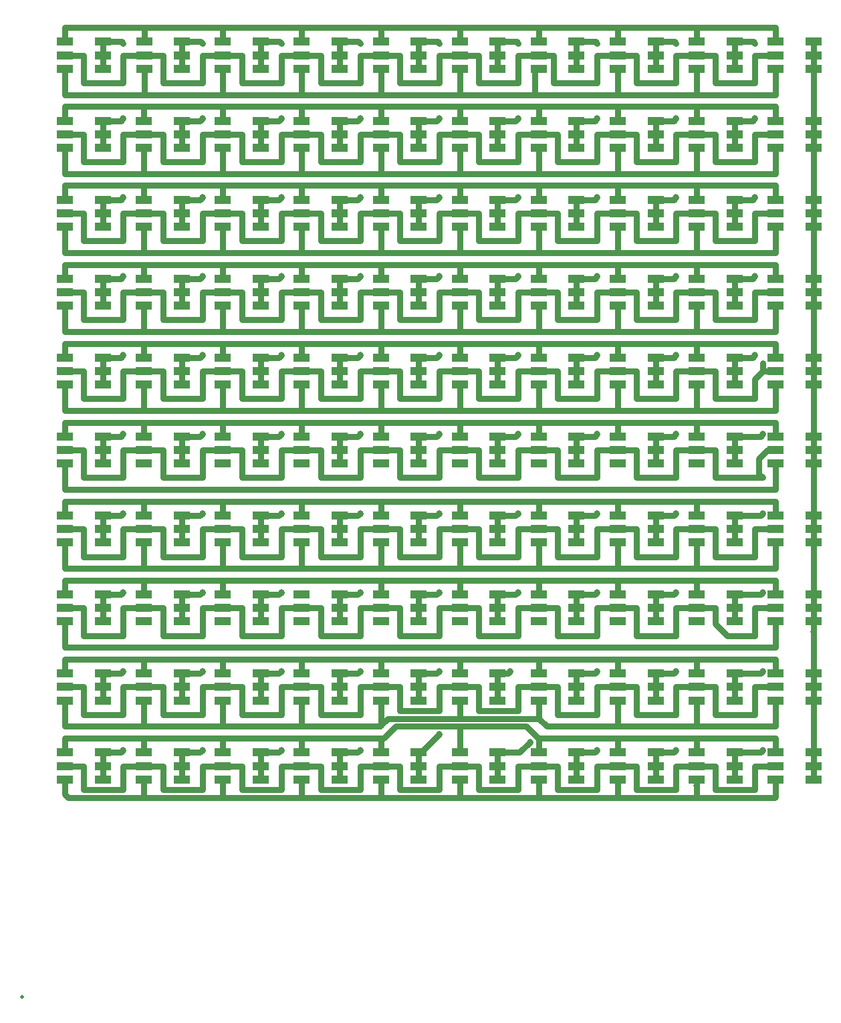
<source format=gbr>
%TF.GenerationSoftware,KiCad,Pcbnew,7.0.7+dfsg-1*%
%TF.CreationDate,2024-03-22T17:08:37+01:00*%
%TF.ProjectId,led_display,6c65645f-6469-4737-906c-61792e6b6963,rev?*%
%TF.SameCoordinates,Original*%
%TF.FileFunction,Copper,L1,Top*%
%TF.FilePolarity,Positive*%
%FSLAX46Y46*%
G04 Gerber Fmt 4.6, Leading zero omitted, Abs format (unit mm)*
G04 Created by KiCad (PCBNEW 7.0.7+dfsg-1) date 2024-03-22 17:08:37*
%MOMM*%
%LPD*%
G01*
G04 APERTURE LIST*
%TA.AperFunction,SMDPad,CuDef*%
%ADD10R,2.000000X1.100000*%
%TD*%
%TA.AperFunction,ViaPad*%
%ADD11C,0.500000*%
%TD*%
%TA.AperFunction,ViaPad*%
%ADD12C,0.800000*%
%TD*%
%TA.AperFunction,Conductor*%
%ADD13C,0.762000*%
%TD*%
G04 APERTURE END LIST*
D10*
%TO.P,D40,1,RK*%
%TO.N,Net-(D31-RK)*%
X172600000Y-58300000D03*
%TO.P,D40,2,GK*%
%TO.N,Net-(D31-GK)*%
X172600000Y-60000000D03*
%TO.P,D40,3,BK*%
%TO.N,Net-(D31-BK)*%
X172600000Y-61700000D03*
%TO.P,D40,4,BA*%
%TO.N,Net-(D10-BA)*%
X177400000Y-61700000D03*
%TO.P,D40,5,GA*%
X177400000Y-60000000D03*
%TO.P,D40,6,RA*%
X177400000Y-58300000D03*
%TD*%
%TO.P,D55,1,RK*%
%TO.N,Net-(D51-RK)*%
X122600000Y-78300000D03*
%TO.P,D55,2,GK*%
%TO.N,Net-(D51-GK)*%
X122600000Y-80000000D03*
%TO.P,D55,3,BK*%
%TO.N,Net-(D51-BK)*%
X122600000Y-81700000D03*
%TO.P,D55,4,BA*%
%TO.N,Net-(D15-BA)*%
X127400000Y-81700000D03*
%TO.P,D55,5,GA*%
X127400000Y-80000000D03*
%TO.P,D55,6,RA*%
X127400000Y-78300000D03*
%TD*%
%TO.P,D7,1,RK*%
%TO.N,Net-(D1-RK)*%
X142600000Y-28300000D03*
%TO.P,D7,2,GK*%
%TO.N,Net-(D1-GK)*%
X142600000Y-30000000D03*
%TO.P,D7,3,BK*%
%TO.N,Net-(D1-BK)*%
X142600000Y-31700000D03*
%TO.P,D7,4,BA*%
%TO.N,Net-(D17-BA)*%
X147400000Y-31700000D03*
%TO.P,D7,5,GA*%
X147400000Y-30000000D03*
%TO.P,D7,6,RA*%
X147400000Y-28300000D03*
%TD*%
%TO.P,D16,1,RK*%
%TO.N,Net-(D11-RK)*%
X132600000Y-38300000D03*
%TO.P,D16,2,GK*%
%TO.N,Net-(D11-GK)*%
X132600000Y-40000000D03*
%TO.P,D16,3,BK*%
%TO.N,Net-(D11-BK)*%
X132600000Y-41700000D03*
%TO.P,D16,4,BA*%
%TO.N,Net-(D16-BA)*%
X137400000Y-41700000D03*
%TO.P,D16,5,GA*%
X137400000Y-40000000D03*
%TO.P,D16,6,RA*%
X137400000Y-38300000D03*
%TD*%
%TO.P,D62,1,RK*%
%TO.N,Net-(D61-RK)*%
X92600000Y-88300000D03*
%TO.P,D62,2,GK*%
%TO.N,Net-(D61-GK)*%
X92600000Y-90000000D03*
%TO.P,D62,3,BK*%
%TO.N,Net-(D61-BK)*%
X92600000Y-91700000D03*
%TO.P,D62,4,BA*%
%TO.N,Net-(D12-BA)*%
X97400000Y-91700000D03*
%TO.P,D62,5,GA*%
X97400000Y-90000000D03*
%TO.P,D62,6,RA*%
X97400000Y-88300000D03*
%TD*%
%TO.P,D69,1,RK*%
%TO.N,Net-(D61-RK)*%
X162600000Y-88300000D03*
%TO.P,D69,2,GK*%
%TO.N,Net-(D61-GK)*%
X162600000Y-90000000D03*
%TO.P,D69,3,BK*%
%TO.N,Net-(D61-BK)*%
X162600000Y-91700000D03*
%TO.P,D69,4,BA*%
%TO.N,Net-(D19-BA)*%
X167400000Y-91700000D03*
%TO.P,D69,5,GA*%
X167400000Y-90000000D03*
%TO.P,D69,6,RA*%
X167400000Y-88300000D03*
%TD*%
%TO.P,D39,1,RK*%
%TO.N,Net-(D31-RK)*%
X162600000Y-58300000D03*
%TO.P,D39,2,GK*%
%TO.N,Net-(D31-GK)*%
X162600000Y-60000000D03*
%TO.P,D39,3,BK*%
%TO.N,Net-(D31-BK)*%
X162600000Y-61700000D03*
%TO.P,D39,4,BA*%
%TO.N,Net-(D19-BA)*%
X167400000Y-61700000D03*
%TO.P,D39,5,GA*%
X167400000Y-60000000D03*
%TO.P,D39,6,RA*%
X167400000Y-58300000D03*
%TD*%
%TO.P,D11,1,RK*%
%TO.N,Net-(D11-RK)*%
X82600000Y-38300000D03*
%TO.P,D11,2,GK*%
%TO.N,Net-(D11-GK)*%
X82600000Y-40000000D03*
%TO.P,D11,3,BK*%
%TO.N,Net-(D11-BK)*%
X82600000Y-41700000D03*
%TO.P,D11,4,BA*%
%TO.N,Net-(D1-BA)*%
X87400000Y-41700000D03*
%TO.P,D11,5,GA*%
X87400000Y-40000000D03*
%TO.P,D11,6,RA*%
X87400000Y-38300000D03*
%TD*%
%TO.P,D43,1,RK*%
%TO.N,Net-(D41-RK)*%
X102600000Y-68300000D03*
%TO.P,D43,2,GK*%
%TO.N,Net-(D41-GK)*%
X102600000Y-70000000D03*
%TO.P,D43,3,BK*%
%TO.N,Net-(D41-BK)*%
X102600000Y-71700000D03*
%TO.P,D43,4,BA*%
%TO.N,Net-(D13-BA)*%
X107400000Y-71700000D03*
%TO.P,D43,5,GA*%
X107400000Y-70000000D03*
%TO.P,D43,6,RA*%
X107400000Y-68300000D03*
%TD*%
%TO.P,D90,1,RK*%
%TO.N,Net-(D81-RK)*%
X172600000Y-108300000D03*
%TO.P,D90,2,GK*%
%TO.N,Net-(D81-GK)*%
X172600000Y-110000000D03*
%TO.P,D90,3,BK*%
%TO.N,Net-(D81-BK)*%
X172600000Y-111700000D03*
%TO.P,D90,4,BA*%
%TO.N,Net-(D10-BA)*%
X177400000Y-111700000D03*
%TO.P,D90,5,GA*%
X177400000Y-110000000D03*
%TO.P,D90,6,RA*%
X177400000Y-108300000D03*
%TD*%
%TO.P,D31,1,RK*%
%TO.N,Net-(D31-RK)*%
X82600000Y-58300000D03*
%TO.P,D31,2,GK*%
%TO.N,Net-(D31-GK)*%
X82600000Y-60000000D03*
%TO.P,D31,3,BK*%
%TO.N,Net-(D31-BK)*%
X82600000Y-61700000D03*
%TO.P,D31,4,BA*%
%TO.N,Net-(D1-BA)*%
X87400000Y-61700000D03*
%TO.P,D31,5,GA*%
X87400000Y-60000000D03*
%TO.P,D31,6,RA*%
X87400000Y-58300000D03*
%TD*%
%TO.P,D57,1,RK*%
%TO.N,Net-(D51-RK)*%
X142600000Y-78300000D03*
%TO.P,D57,2,GK*%
%TO.N,Net-(D51-GK)*%
X142600000Y-80000000D03*
%TO.P,D57,3,BK*%
%TO.N,Net-(D51-BK)*%
X142600000Y-81700000D03*
%TO.P,D57,4,BA*%
%TO.N,Net-(D17-BA)*%
X147400000Y-81700000D03*
%TO.P,D57,5,GA*%
X147400000Y-80000000D03*
%TO.P,D57,6,RA*%
X147400000Y-78300000D03*
%TD*%
%TO.P,D95,1,RK*%
%TO.N,Net-(D100-RK)*%
X122600000Y-118300000D03*
%TO.P,D95,2,GK*%
%TO.N,Net-(D100-GK)*%
X122600000Y-120000000D03*
%TO.P,D95,3,BK*%
%TO.N,Net-(D100-BK)*%
X122600000Y-121700000D03*
%TO.P,D95,4,BA*%
%TO.N,Net-(D15-BA)*%
X127400000Y-121700000D03*
%TO.P,D95,5,GA*%
X127400000Y-120000000D03*
%TO.P,D95,6,RA*%
X127400000Y-118300000D03*
%TD*%
%TO.P,D73,1,RK*%
%TO.N,Net-(D71-RK)*%
X102600000Y-98300000D03*
%TO.P,D73,2,GK*%
%TO.N,Net-(D71-GK)*%
X102600000Y-100000000D03*
%TO.P,D73,3,BK*%
%TO.N,Net-(D71-BK)*%
X102600000Y-101700000D03*
%TO.P,D73,4,BA*%
%TO.N,Net-(D13-BA)*%
X107400000Y-101700000D03*
%TO.P,D73,5,GA*%
X107400000Y-100000000D03*
%TO.P,D73,6,RA*%
X107400000Y-98300000D03*
%TD*%
%TO.P,D6,1,RK*%
%TO.N,Net-(D1-RK)*%
X132600000Y-28300000D03*
%TO.P,D6,2,GK*%
%TO.N,Net-(D1-GK)*%
X132600000Y-30000000D03*
%TO.P,D6,3,BK*%
%TO.N,Net-(D1-BK)*%
X132600000Y-31700000D03*
%TO.P,D6,4,BA*%
%TO.N,Net-(D16-BA)*%
X137400000Y-31700000D03*
%TO.P,D6,5,GA*%
X137400000Y-30000000D03*
%TO.P,D6,6,RA*%
X137400000Y-28300000D03*
%TD*%
%TO.P,D46,1,RK*%
%TO.N,Net-(D41-RK)*%
X132600000Y-68300000D03*
%TO.P,D46,2,GK*%
%TO.N,Net-(D41-GK)*%
X132600000Y-70000000D03*
%TO.P,D46,3,BK*%
%TO.N,Net-(D41-BK)*%
X132600000Y-71700000D03*
%TO.P,D46,4,BA*%
%TO.N,Net-(D16-BA)*%
X137400000Y-71700000D03*
%TO.P,D46,5,GA*%
X137400000Y-70000000D03*
%TO.P,D46,6,RA*%
X137400000Y-68300000D03*
%TD*%
%TO.P,D32,1,RK*%
%TO.N,Net-(D31-RK)*%
X92600000Y-58300000D03*
%TO.P,D32,2,GK*%
%TO.N,Net-(D31-GK)*%
X92600000Y-60000000D03*
%TO.P,D32,3,BK*%
%TO.N,Net-(D31-BK)*%
X92600000Y-61700000D03*
%TO.P,D32,4,BA*%
%TO.N,Net-(D12-BA)*%
X97400000Y-61700000D03*
%TO.P,D32,5,GA*%
X97400000Y-60000000D03*
%TO.P,D32,6,RA*%
X97400000Y-58300000D03*
%TD*%
%TO.P,D17,1,RK*%
%TO.N,Net-(D11-RK)*%
X142600000Y-38300000D03*
%TO.P,D17,2,GK*%
%TO.N,Net-(D11-GK)*%
X142600000Y-40000000D03*
%TO.P,D17,3,BK*%
%TO.N,Net-(D11-BK)*%
X142600000Y-41700000D03*
%TO.P,D17,4,BA*%
%TO.N,Net-(D17-BA)*%
X147400000Y-41700000D03*
%TO.P,D17,5,GA*%
X147400000Y-40000000D03*
%TO.P,D17,6,RA*%
X147400000Y-38300000D03*
%TD*%
%TO.P,D97,1,RK*%
%TO.N,Net-(D100-RK)*%
X142600000Y-118300000D03*
%TO.P,D97,2,GK*%
%TO.N,Net-(D100-GK)*%
X142600000Y-120000000D03*
%TO.P,D97,3,BK*%
%TO.N,Net-(D100-BK)*%
X142600000Y-121700000D03*
%TO.P,D97,4,BA*%
%TO.N,Net-(D17-BA)*%
X147400000Y-121700000D03*
%TO.P,D97,5,GA*%
X147400000Y-120000000D03*
%TO.P,D97,6,RA*%
X147400000Y-118300000D03*
%TD*%
%TO.P,D72,1,RK*%
%TO.N,Net-(D71-RK)*%
X92600000Y-98300000D03*
%TO.P,D72,2,GK*%
%TO.N,Net-(D71-GK)*%
X92600000Y-100000000D03*
%TO.P,D72,3,BK*%
%TO.N,Net-(D71-BK)*%
X92600000Y-101700000D03*
%TO.P,D72,4,BA*%
%TO.N,Net-(D12-BA)*%
X97400000Y-101700000D03*
%TO.P,D72,5,GA*%
X97400000Y-100000000D03*
%TO.P,D72,6,RA*%
X97400000Y-98300000D03*
%TD*%
%TO.P,D64,1,RK*%
%TO.N,Net-(D61-RK)*%
X112600000Y-88300000D03*
%TO.P,D64,2,GK*%
%TO.N,Net-(D61-GK)*%
X112600000Y-90000000D03*
%TO.P,D64,3,BK*%
%TO.N,Net-(D61-BK)*%
X112600000Y-91700000D03*
%TO.P,D64,4,BA*%
%TO.N,Net-(D14-BA)*%
X117400000Y-91700000D03*
%TO.P,D64,5,GA*%
X117400000Y-90000000D03*
%TO.P,D64,6,RA*%
X117400000Y-88300000D03*
%TD*%
%TO.P,D51,1,RK*%
%TO.N,Net-(D51-RK)*%
X82600000Y-78300000D03*
%TO.P,D51,2,GK*%
%TO.N,Net-(D51-GK)*%
X82600000Y-80000000D03*
%TO.P,D51,3,BK*%
%TO.N,Net-(D51-BK)*%
X82600000Y-81700000D03*
%TO.P,D51,4,BA*%
%TO.N,Net-(D1-BA)*%
X87400000Y-81700000D03*
%TO.P,D51,5,GA*%
X87400000Y-80000000D03*
%TO.P,D51,6,RA*%
X87400000Y-78300000D03*
%TD*%
%TO.P,D80,1,RK*%
%TO.N,Net-(D71-RK)*%
X172600000Y-98300000D03*
%TO.P,D80,2,GK*%
%TO.N,Net-(D71-GK)*%
X172600000Y-100000000D03*
%TO.P,D80,3,BK*%
%TO.N,Net-(D71-BK)*%
X172600000Y-101700000D03*
%TO.P,D80,4,BA*%
%TO.N,Net-(D10-BA)*%
X177400000Y-101700000D03*
%TO.P,D80,5,GA*%
X177400000Y-100000000D03*
%TO.P,D80,6,RA*%
X177400000Y-98300000D03*
%TD*%
%TO.P,D92,1,RK*%
%TO.N,Net-(D100-RK)*%
X92600000Y-118300000D03*
%TO.P,D92,2,GK*%
%TO.N,Net-(D100-GK)*%
X92600000Y-120000000D03*
%TO.P,D92,3,BK*%
%TO.N,Net-(D100-BK)*%
X92600000Y-121700000D03*
%TO.P,D92,4,BA*%
%TO.N,Net-(D12-BA)*%
X97400000Y-121700000D03*
%TO.P,D92,5,GA*%
X97400000Y-120000000D03*
%TO.P,D92,6,RA*%
X97400000Y-118300000D03*
%TD*%
%TO.P,D71,1,RK*%
%TO.N,Net-(D71-RK)*%
X82600000Y-98300000D03*
%TO.P,D71,2,GK*%
%TO.N,Net-(D71-GK)*%
X82600000Y-100000000D03*
%TO.P,D71,3,BK*%
%TO.N,Net-(D71-BK)*%
X82600000Y-101700000D03*
%TO.P,D71,4,BA*%
%TO.N,Net-(D1-BA)*%
X87400000Y-101700000D03*
%TO.P,D71,5,GA*%
X87400000Y-100000000D03*
%TO.P,D71,6,RA*%
X87400000Y-98300000D03*
%TD*%
%TO.P,D96,1,RK*%
%TO.N,Net-(D100-RK)*%
X132600000Y-118300000D03*
%TO.P,D96,2,GK*%
%TO.N,Net-(D100-GK)*%
X132600000Y-120000000D03*
%TO.P,D96,3,BK*%
%TO.N,Net-(D100-BK)*%
X132600000Y-121700000D03*
%TO.P,D96,4,BA*%
%TO.N,Net-(D16-BA)*%
X137400000Y-121700000D03*
%TO.P,D96,5,GA*%
X137400000Y-120000000D03*
%TO.P,D96,6,RA*%
X137400000Y-118300000D03*
%TD*%
%TO.P,D22,1,RK*%
%TO.N,Net-(D21-RK)*%
X92600000Y-48300000D03*
%TO.P,D22,2,GK*%
%TO.N,Net-(D21-GK)*%
X92600000Y-50000000D03*
%TO.P,D22,3,BK*%
%TO.N,Net-(D21-BK)*%
X92600000Y-51700000D03*
%TO.P,D22,4,BA*%
%TO.N,Net-(D12-BA)*%
X97400000Y-51700000D03*
%TO.P,D22,5,GA*%
X97400000Y-50000000D03*
%TO.P,D22,6,RA*%
X97400000Y-48300000D03*
%TD*%
%TO.P,D76,1,RK*%
%TO.N,Net-(D71-RK)*%
X132600000Y-98300000D03*
%TO.P,D76,2,GK*%
%TO.N,Net-(D71-GK)*%
X132600000Y-100000000D03*
%TO.P,D76,3,BK*%
%TO.N,Net-(D71-BK)*%
X132600000Y-101700000D03*
%TO.P,D76,4,BA*%
%TO.N,Net-(D16-BA)*%
X137400000Y-101700000D03*
%TO.P,D76,5,GA*%
X137400000Y-100000000D03*
%TO.P,D76,6,RA*%
X137400000Y-98300000D03*
%TD*%
%TO.P,D25,1,RK*%
%TO.N,Net-(D21-RK)*%
X122600000Y-48300000D03*
%TO.P,D25,2,GK*%
%TO.N,Net-(D21-GK)*%
X122600000Y-50000000D03*
%TO.P,D25,3,BK*%
%TO.N,Net-(D21-BK)*%
X122600000Y-51700000D03*
%TO.P,D25,4,BA*%
%TO.N,Net-(D15-BA)*%
X127400000Y-51700000D03*
%TO.P,D25,5,GA*%
X127400000Y-50000000D03*
%TO.P,D25,6,RA*%
X127400000Y-48300000D03*
%TD*%
%TO.P,D1,1,RK*%
%TO.N,Net-(D1-RK)*%
X82600000Y-28300000D03*
%TO.P,D1,2,GK*%
%TO.N,Net-(D1-GK)*%
X82600000Y-30000000D03*
%TO.P,D1,3,BK*%
%TO.N,Net-(D1-BK)*%
X82600000Y-31700000D03*
%TO.P,D1,4,BA*%
%TO.N,Net-(D1-BA)*%
X87400000Y-31700000D03*
%TO.P,D1,5,GA*%
X87400000Y-30000000D03*
%TO.P,D1,6,RA*%
X87400000Y-28300000D03*
%TD*%
%TO.P,D75,1,RK*%
%TO.N,Net-(D71-RK)*%
X122600000Y-98300000D03*
%TO.P,D75,2,GK*%
%TO.N,Net-(D71-GK)*%
X122600000Y-100000000D03*
%TO.P,D75,3,BK*%
%TO.N,Net-(D71-BK)*%
X122600000Y-101700000D03*
%TO.P,D75,4,BA*%
%TO.N,Net-(D15-BA)*%
X127400000Y-101700000D03*
%TO.P,D75,5,GA*%
X127400000Y-100000000D03*
%TO.P,D75,6,RA*%
X127400000Y-98300000D03*
%TD*%
%TO.P,D61,1,RK*%
%TO.N,Net-(D61-RK)*%
X82600000Y-88300000D03*
%TO.P,D61,2,GK*%
%TO.N,Net-(D61-GK)*%
X82600000Y-90000000D03*
%TO.P,D61,3,BK*%
%TO.N,Net-(D61-BK)*%
X82600000Y-91700000D03*
%TO.P,D61,4,BA*%
%TO.N,Net-(D1-BA)*%
X87400000Y-91700000D03*
%TO.P,D61,5,GA*%
X87400000Y-90000000D03*
%TO.P,D61,6,RA*%
X87400000Y-88300000D03*
%TD*%
%TO.P,D78,1,RK*%
%TO.N,Net-(D71-RK)*%
X152600000Y-98300000D03*
%TO.P,D78,2,GK*%
%TO.N,Net-(D71-GK)*%
X152600000Y-100000000D03*
%TO.P,D78,3,BK*%
%TO.N,Net-(D71-BK)*%
X152600000Y-101700000D03*
%TO.P,D78,4,BA*%
%TO.N,Net-(D18-BA)*%
X157400000Y-101700000D03*
%TO.P,D78,5,GA*%
X157400000Y-100000000D03*
%TO.P,D78,6,RA*%
X157400000Y-98300000D03*
%TD*%
%TO.P,D23,1,RK*%
%TO.N,Net-(D21-RK)*%
X102600000Y-48300000D03*
%TO.P,D23,2,GK*%
%TO.N,Net-(D21-GK)*%
X102600000Y-50000000D03*
%TO.P,D23,3,BK*%
%TO.N,Net-(D21-BK)*%
X102600000Y-51700000D03*
%TO.P,D23,4,BA*%
%TO.N,Net-(D13-BA)*%
X107400000Y-51700000D03*
%TO.P,D23,5,GA*%
X107400000Y-50000000D03*
%TO.P,D23,6,RA*%
X107400000Y-48300000D03*
%TD*%
%TO.P,D88,1,RK*%
%TO.N,Net-(D81-RK)*%
X152600000Y-108300000D03*
%TO.P,D88,2,GK*%
%TO.N,Net-(D81-GK)*%
X152600000Y-110000000D03*
%TO.P,D88,3,BK*%
%TO.N,Net-(D81-BK)*%
X152600000Y-111700000D03*
%TO.P,D88,4,BA*%
%TO.N,Net-(D18-BA)*%
X157400000Y-111700000D03*
%TO.P,D88,5,GA*%
X157400000Y-110000000D03*
%TO.P,D88,6,RA*%
X157400000Y-108300000D03*
%TD*%
%TO.P,D58,1,RK*%
%TO.N,Net-(D51-RK)*%
X152600000Y-78300000D03*
%TO.P,D58,2,GK*%
%TO.N,Net-(D51-GK)*%
X152600000Y-80000000D03*
%TO.P,D58,3,BK*%
%TO.N,Net-(D51-BK)*%
X152600000Y-81700000D03*
%TO.P,D58,4,BA*%
%TO.N,Net-(D18-BA)*%
X157400000Y-81700000D03*
%TO.P,D58,5,GA*%
X157400000Y-80000000D03*
%TO.P,D58,6,RA*%
X157400000Y-78300000D03*
%TD*%
%TO.P,D86,1,RK*%
%TO.N,Net-(D81-RK)*%
X132600000Y-108300000D03*
%TO.P,D86,2,GK*%
%TO.N,Net-(D81-GK)*%
X132600000Y-110000000D03*
%TO.P,D86,3,BK*%
%TO.N,Net-(D81-BK)*%
X132600000Y-111700000D03*
%TO.P,D86,4,BA*%
%TO.N,Net-(D16-BA)*%
X137400000Y-111700000D03*
%TO.P,D86,5,GA*%
X137400000Y-110000000D03*
%TO.P,D86,6,RA*%
X137400000Y-108300000D03*
%TD*%
%TO.P,D60,1,RK*%
%TO.N,Net-(D51-RK)*%
X172600000Y-78300000D03*
%TO.P,D60,2,GK*%
%TO.N,Net-(D51-GK)*%
X172600000Y-80000000D03*
%TO.P,D60,3,BK*%
%TO.N,Net-(D51-BK)*%
X172600000Y-81700000D03*
%TO.P,D60,4,BA*%
%TO.N,Net-(D10-BA)*%
X177400000Y-81700000D03*
%TO.P,D60,5,GA*%
X177400000Y-80000000D03*
%TO.P,D60,6,RA*%
X177400000Y-78300000D03*
%TD*%
%TO.P,D21,1,RK*%
%TO.N,Net-(D21-RK)*%
X82600000Y-48300000D03*
%TO.P,D21,2,GK*%
%TO.N,Net-(D21-GK)*%
X82600000Y-50000000D03*
%TO.P,D21,3,BK*%
%TO.N,Net-(D21-BK)*%
X82600000Y-51700000D03*
%TO.P,D21,4,BA*%
%TO.N,Net-(D1-BA)*%
X87400000Y-51700000D03*
%TO.P,D21,5,GA*%
X87400000Y-50000000D03*
%TO.P,D21,6,RA*%
X87400000Y-48300000D03*
%TD*%
%TO.P,D33,1,RK*%
%TO.N,Net-(D31-RK)*%
X102600000Y-58300000D03*
%TO.P,D33,2,GK*%
%TO.N,Net-(D31-GK)*%
X102600000Y-60000000D03*
%TO.P,D33,3,BK*%
%TO.N,Net-(D31-BK)*%
X102600000Y-61700000D03*
%TO.P,D33,4,BA*%
%TO.N,Net-(D13-BA)*%
X107400000Y-61700000D03*
%TO.P,D33,5,GA*%
X107400000Y-60000000D03*
%TO.P,D33,6,RA*%
X107400000Y-58300000D03*
%TD*%
%TO.P,D4,1,RK*%
%TO.N,Net-(D1-RK)*%
X112600000Y-28300000D03*
%TO.P,D4,2,GK*%
%TO.N,Net-(D1-GK)*%
X112600000Y-30000000D03*
%TO.P,D4,3,BK*%
%TO.N,Net-(D1-BK)*%
X112600000Y-31700000D03*
%TO.P,D4,4,BA*%
%TO.N,Net-(D14-BA)*%
X117400000Y-31700000D03*
%TO.P,D4,5,GA*%
X117400000Y-30000000D03*
%TO.P,D4,6,RA*%
X117400000Y-28300000D03*
%TD*%
%TO.P,D68,1,RK*%
%TO.N,Net-(D61-RK)*%
X152600000Y-88300000D03*
%TO.P,D68,2,GK*%
%TO.N,Net-(D61-GK)*%
X152600000Y-90000000D03*
%TO.P,D68,3,BK*%
%TO.N,Net-(D61-BK)*%
X152600000Y-91700000D03*
%TO.P,D68,4,BA*%
%TO.N,Net-(D18-BA)*%
X157400000Y-91700000D03*
%TO.P,D68,5,GA*%
X157400000Y-90000000D03*
%TO.P,D68,6,RA*%
X157400000Y-88300000D03*
%TD*%
%TO.P,D27,1,RK*%
%TO.N,Net-(D21-RK)*%
X142600000Y-48300000D03*
%TO.P,D27,2,GK*%
%TO.N,Net-(D21-GK)*%
X142600000Y-50000000D03*
%TO.P,D27,3,BK*%
%TO.N,Net-(D21-BK)*%
X142600000Y-51700000D03*
%TO.P,D27,4,BA*%
%TO.N,Net-(D17-BA)*%
X147400000Y-51700000D03*
%TO.P,D27,5,GA*%
X147400000Y-50000000D03*
%TO.P,D27,6,RA*%
X147400000Y-48300000D03*
%TD*%
%TO.P,D50,1,RK*%
%TO.N,Net-(D41-RK)*%
X172600000Y-68300000D03*
%TO.P,D50,2,GK*%
%TO.N,Net-(D41-GK)*%
X172600000Y-70000000D03*
%TO.P,D50,3,BK*%
%TO.N,Net-(D41-BK)*%
X172600000Y-71700000D03*
%TO.P,D50,4,BA*%
%TO.N,Net-(D10-BA)*%
X177400000Y-71700000D03*
%TO.P,D50,5,GA*%
X177400000Y-70000000D03*
%TO.P,D50,6,RA*%
X177400000Y-68300000D03*
%TD*%
%TO.P,D24,1,RK*%
%TO.N,Net-(D21-RK)*%
X112600000Y-48300000D03*
%TO.P,D24,2,GK*%
%TO.N,Net-(D21-GK)*%
X112600000Y-50000000D03*
%TO.P,D24,3,BK*%
%TO.N,Net-(D21-BK)*%
X112600000Y-51700000D03*
%TO.P,D24,4,BA*%
%TO.N,Net-(D14-BA)*%
X117400000Y-51700000D03*
%TO.P,D24,5,GA*%
X117400000Y-50000000D03*
%TO.P,D24,6,RA*%
X117400000Y-48300000D03*
%TD*%
%TO.P,D100,1,RK*%
%TO.N,Net-(D100-RK)*%
X172600000Y-118300000D03*
%TO.P,D100,2,GK*%
%TO.N,Net-(D100-GK)*%
X172600000Y-120000000D03*
%TO.P,D100,3,BK*%
%TO.N,Net-(D100-BK)*%
X172600000Y-121700000D03*
%TO.P,D100,4,BA*%
%TO.N,Net-(D10-BA)*%
X177400000Y-121700000D03*
%TO.P,D100,5,GA*%
X177400000Y-120000000D03*
%TO.P,D100,6,RA*%
X177400000Y-118300000D03*
%TD*%
%TO.P,D79,1,RK*%
%TO.N,Net-(D71-RK)*%
X162600000Y-98300000D03*
%TO.P,D79,2,GK*%
%TO.N,Net-(D71-GK)*%
X162600000Y-100000000D03*
%TO.P,D79,3,BK*%
%TO.N,Net-(D71-BK)*%
X162600000Y-101700000D03*
%TO.P,D79,4,BA*%
%TO.N,Net-(D19-BA)*%
X167400000Y-101700000D03*
%TO.P,D79,5,GA*%
X167400000Y-100000000D03*
%TO.P,D79,6,RA*%
X167400000Y-98300000D03*
%TD*%
%TO.P,D54,1,RK*%
%TO.N,Net-(D51-RK)*%
X112600000Y-78300000D03*
%TO.P,D54,2,GK*%
%TO.N,Net-(D51-GK)*%
X112600000Y-80000000D03*
%TO.P,D54,3,BK*%
%TO.N,Net-(D51-BK)*%
X112600000Y-81700000D03*
%TO.P,D54,4,BA*%
%TO.N,Net-(D14-BA)*%
X117400000Y-81700000D03*
%TO.P,D54,5,GA*%
X117400000Y-80000000D03*
%TO.P,D54,6,RA*%
X117400000Y-78300000D03*
%TD*%
%TO.P,D99,1,RK*%
%TO.N,Net-(D100-RK)*%
X162600000Y-118300000D03*
%TO.P,D99,2,GK*%
%TO.N,Net-(D100-GK)*%
X162600000Y-120000000D03*
%TO.P,D99,3,BK*%
%TO.N,Net-(D100-BK)*%
X162600000Y-121700000D03*
%TO.P,D99,4,BA*%
%TO.N,Net-(D19-BA)*%
X167400000Y-121700000D03*
%TO.P,D99,5,GA*%
X167400000Y-120000000D03*
%TO.P,D99,6,RA*%
X167400000Y-118300000D03*
%TD*%
%TO.P,D20,1,RK*%
%TO.N,Net-(D11-RK)*%
X172600000Y-38300000D03*
%TO.P,D20,2,GK*%
%TO.N,Net-(D11-GK)*%
X172600000Y-40000000D03*
%TO.P,D20,3,BK*%
%TO.N,Net-(D11-BK)*%
X172600000Y-41700000D03*
%TO.P,D20,4,BA*%
%TO.N,Net-(D10-BA)*%
X177400000Y-41700000D03*
%TO.P,D20,5,GA*%
X177400000Y-40000000D03*
%TO.P,D20,6,RA*%
X177400000Y-38300000D03*
%TD*%
%TO.P,D89,1,RK*%
%TO.N,Net-(D81-RK)*%
X162600000Y-108300000D03*
%TO.P,D89,2,GK*%
%TO.N,Net-(D81-GK)*%
X162600000Y-110000000D03*
%TO.P,D89,3,BK*%
%TO.N,Net-(D81-BK)*%
X162600000Y-111700000D03*
%TO.P,D89,4,BA*%
%TO.N,Net-(D19-BA)*%
X167400000Y-111700000D03*
%TO.P,D89,5,GA*%
X167400000Y-110000000D03*
%TO.P,D89,6,RA*%
X167400000Y-108300000D03*
%TD*%
%TO.P,D12,1,RK*%
%TO.N,Net-(D11-RK)*%
X92600000Y-38300000D03*
%TO.P,D12,2,GK*%
%TO.N,Net-(D11-GK)*%
X92600000Y-40000000D03*
%TO.P,D12,3,BK*%
%TO.N,Net-(D11-BK)*%
X92600000Y-41700000D03*
%TO.P,D12,4,BA*%
%TO.N,Net-(D12-BA)*%
X97400000Y-41700000D03*
%TO.P,D12,5,GA*%
X97400000Y-40000000D03*
%TO.P,D12,6,RA*%
X97400000Y-38300000D03*
%TD*%
%TO.P,D48,1,RK*%
%TO.N,Net-(D41-RK)*%
X152600000Y-68300000D03*
%TO.P,D48,2,GK*%
%TO.N,Net-(D41-GK)*%
X152600000Y-70000000D03*
%TO.P,D48,3,BK*%
%TO.N,Net-(D41-BK)*%
X152600000Y-71700000D03*
%TO.P,D48,4,BA*%
%TO.N,Net-(D18-BA)*%
X157400000Y-71700000D03*
%TO.P,D48,5,GA*%
X157400000Y-70000000D03*
%TO.P,D48,6,RA*%
X157400000Y-68300000D03*
%TD*%
%TO.P,D93,1,RK*%
%TO.N,Net-(D100-RK)*%
X102600000Y-118300000D03*
%TO.P,D93,2,GK*%
%TO.N,Net-(D100-GK)*%
X102600000Y-120000000D03*
%TO.P,D93,3,BK*%
%TO.N,Net-(D100-BK)*%
X102600000Y-121700000D03*
%TO.P,D93,4,BA*%
%TO.N,Net-(D13-BA)*%
X107400000Y-121700000D03*
%TO.P,D93,5,GA*%
X107400000Y-120000000D03*
%TO.P,D93,6,RA*%
X107400000Y-118300000D03*
%TD*%
%TO.P,D63,1,RK*%
%TO.N,Net-(D61-RK)*%
X102600000Y-88300000D03*
%TO.P,D63,2,GK*%
%TO.N,Net-(D61-GK)*%
X102600000Y-90000000D03*
%TO.P,D63,3,BK*%
%TO.N,Net-(D61-BK)*%
X102600000Y-91700000D03*
%TO.P,D63,4,BA*%
%TO.N,Net-(D13-BA)*%
X107400000Y-91700000D03*
%TO.P,D63,5,GA*%
X107400000Y-90000000D03*
%TO.P,D63,6,RA*%
X107400000Y-88300000D03*
%TD*%
%TO.P,D91,1,RK*%
%TO.N,Net-(D100-RK)*%
X82600000Y-118300000D03*
%TO.P,D91,2,GK*%
%TO.N,Net-(D100-GK)*%
X82600000Y-120000000D03*
%TO.P,D91,3,BK*%
%TO.N,Net-(D100-BK)*%
X82600000Y-121700000D03*
%TO.P,D91,4,BA*%
%TO.N,Net-(D1-BA)*%
X87400000Y-121700000D03*
%TO.P,D91,5,GA*%
X87400000Y-120000000D03*
%TO.P,D91,6,RA*%
X87400000Y-118300000D03*
%TD*%
%TO.P,D56,1,RK*%
%TO.N,Net-(D51-RK)*%
X132600000Y-78300000D03*
%TO.P,D56,2,GK*%
%TO.N,Net-(D51-GK)*%
X132600000Y-80000000D03*
%TO.P,D56,3,BK*%
%TO.N,Net-(D51-BK)*%
X132600000Y-81700000D03*
%TO.P,D56,4,BA*%
%TO.N,Net-(D16-BA)*%
X137400000Y-81700000D03*
%TO.P,D56,5,GA*%
X137400000Y-80000000D03*
%TO.P,D56,6,RA*%
X137400000Y-78300000D03*
%TD*%
%TO.P,D28,1,RK*%
%TO.N,Net-(D21-RK)*%
X152600000Y-48300000D03*
%TO.P,D28,2,GK*%
%TO.N,Net-(D21-GK)*%
X152600000Y-50000000D03*
%TO.P,D28,3,BK*%
%TO.N,Net-(D21-BK)*%
X152600000Y-51700000D03*
%TO.P,D28,4,BA*%
%TO.N,Net-(D18-BA)*%
X157400000Y-51700000D03*
%TO.P,D28,5,GA*%
X157400000Y-50000000D03*
%TO.P,D28,6,RA*%
X157400000Y-48300000D03*
%TD*%
%TO.P,D59,1,RK*%
%TO.N,Net-(D51-RK)*%
X162600000Y-78300000D03*
%TO.P,D59,2,GK*%
%TO.N,Net-(D51-GK)*%
X162600000Y-80000000D03*
%TO.P,D59,3,BK*%
%TO.N,Net-(D51-BK)*%
X162600000Y-81700000D03*
%TO.P,D59,4,BA*%
%TO.N,Net-(D19-BA)*%
X167400000Y-81700000D03*
%TO.P,D59,5,GA*%
X167400000Y-80000000D03*
%TO.P,D59,6,RA*%
X167400000Y-78300000D03*
%TD*%
%TO.P,D37,1,RK*%
%TO.N,Net-(D31-RK)*%
X142600000Y-58300000D03*
%TO.P,D37,2,GK*%
%TO.N,Net-(D31-GK)*%
X142600000Y-60000000D03*
%TO.P,D37,3,BK*%
%TO.N,Net-(D31-BK)*%
X142600000Y-61700000D03*
%TO.P,D37,4,BA*%
%TO.N,Net-(D17-BA)*%
X147400000Y-61700000D03*
%TO.P,D37,5,GA*%
X147400000Y-60000000D03*
%TO.P,D37,6,RA*%
X147400000Y-58300000D03*
%TD*%
%TO.P,D19,1,RK*%
%TO.N,Net-(D11-RK)*%
X162600000Y-38300000D03*
%TO.P,D19,2,GK*%
%TO.N,Net-(D11-GK)*%
X162600000Y-40000000D03*
%TO.P,D19,3,BK*%
%TO.N,Net-(D11-BK)*%
X162600000Y-41700000D03*
%TO.P,D19,4,BA*%
%TO.N,Net-(D19-BA)*%
X167400000Y-41700000D03*
%TO.P,D19,5,GA*%
X167400000Y-40000000D03*
%TO.P,D19,6,RA*%
X167400000Y-38300000D03*
%TD*%
%TO.P,D44,1,RK*%
%TO.N,Net-(D41-RK)*%
X112600000Y-68300000D03*
%TO.P,D44,2,GK*%
%TO.N,Net-(D41-GK)*%
X112600000Y-70000000D03*
%TO.P,D44,3,BK*%
%TO.N,Net-(D41-BK)*%
X112600000Y-71700000D03*
%TO.P,D44,4,BA*%
%TO.N,Net-(D14-BA)*%
X117400000Y-71700000D03*
%TO.P,D44,5,GA*%
X117400000Y-70000000D03*
%TO.P,D44,6,RA*%
X117400000Y-68300000D03*
%TD*%
%TO.P,D77,1,RK*%
%TO.N,Net-(D71-RK)*%
X142600000Y-98300000D03*
%TO.P,D77,2,GK*%
%TO.N,Net-(D71-GK)*%
X142600000Y-100000000D03*
%TO.P,D77,3,BK*%
%TO.N,Net-(D71-BK)*%
X142600000Y-101700000D03*
%TO.P,D77,4,BA*%
%TO.N,Net-(D17-BA)*%
X147400000Y-101700000D03*
%TO.P,D77,5,GA*%
X147400000Y-100000000D03*
%TO.P,D77,6,RA*%
X147400000Y-98300000D03*
%TD*%
%TO.P,D74,1,RK*%
%TO.N,Net-(D71-RK)*%
X112600000Y-98300000D03*
%TO.P,D74,2,GK*%
%TO.N,Net-(D71-GK)*%
X112600000Y-100000000D03*
%TO.P,D74,3,BK*%
%TO.N,Net-(D71-BK)*%
X112600000Y-101700000D03*
%TO.P,D74,4,BA*%
%TO.N,Net-(D14-BA)*%
X117400000Y-101700000D03*
%TO.P,D74,5,GA*%
X117400000Y-100000000D03*
%TO.P,D74,6,RA*%
X117400000Y-98300000D03*
%TD*%
%TO.P,D66,1,RK*%
%TO.N,Net-(D61-RK)*%
X132600000Y-88300000D03*
%TO.P,D66,2,GK*%
%TO.N,Net-(D61-GK)*%
X132600000Y-90000000D03*
%TO.P,D66,3,BK*%
%TO.N,Net-(D61-BK)*%
X132600000Y-91700000D03*
%TO.P,D66,4,BA*%
%TO.N,Net-(D16-BA)*%
X137400000Y-91700000D03*
%TO.P,D66,5,GA*%
X137400000Y-90000000D03*
%TO.P,D66,6,RA*%
X137400000Y-88300000D03*
%TD*%
%TO.P,D94,1,RK*%
%TO.N,Net-(D100-RK)*%
X112600000Y-118300000D03*
%TO.P,D94,2,GK*%
%TO.N,Net-(D100-GK)*%
X112600000Y-120000000D03*
%TO.P,D94,3,BK*%
%TO.N,Net-(D100-BK)*%
X112600000Y-121700000D03*
%TO.P,D94,4,BA*%
%TO.N,Net-(D14-BA)*%
X117400000Y-121700000D03*
%TO.P,D94,5,GA*%
X117400000Y-120000000D03*
%TO.P,D94,6,RA*%
X117400000Y-118300000D03*
%TD*%
%TO.P,D36,1,RK*%
%TO.N,Net-(D31-RK)*%
X132600000Y-58300000D03*
%TO.P,D36,2,GK*%
%TO.N,Net-(D31-GK)*%
X132600000Y-60000000D03*
%TO.P,D36,3,BK*%
%TO.N,Net-(D31-BK)*%
X132600000Y-61700000D03*
%TO.P,D36,4,BA*%
%TO.N,Net-(D16-BA)*%
X137400000Y-61700000D03*
%TO.P,D36,5,GA*%
X137400000Y-60000000D03*
%TO.P,D36,6,RA*%
X137400000Y-58300000D03*
%TD*%
%TO.P,D29,1,RK*%
%TO.N,Net-(D21-RK)*%
X162600000Y-48300000D03*
%TO.P,D29,2,GK*%
%TO.N,Net-(D21-GK)*%
X162600000Y-50000000D03*
%TO.P,D29,3,BK*%
%TO.N,Net-(D21-BK)*%
X162600000Y-51700000D03*
%TO.P,D29,4,BA*%
%TO.N,Net-(D19-BA)*%
X167400000Y-51700000D03*
%TO.P,D29,5,GA*%
X167400000Y-50000000D03*
%TO.P,D29,6,RA*%
X167400000Y-48300000D03*
%TD*%
%TO.P,D10,1,RK*%
%TO.N,Net-(D1-RK)*%
X172600000Y-28300000D03*
%TO.P,D10,2,GK*%
%TO.N,Net-(D1-GK)*%
X172600000Y-30000000D03*
%TO.P,D10,3,BK*%
%TO.N,Net-(D1-BK)*%
X172600000Y-31700000D03*
%TO.P,D10,4,BA*%
%TO.N,Net-(D10-BA)*%
X177400000Y-31700000D03*
%TO.P,D10,5,GA*%
X177400000Y-30000000D03*
%TO.P,D10,6,RA*%
X177400000Y-28300000D03*
%TD*%
%TO.P,D47,1,RK*%
%TO.N,Net-(D41-RK)*%
X142600000Y-68300000D03*
%TO.P,D47,2,GK*%
%TO.N,Net-(D41-GK)*%
X142600000Y-70000000D03*
%TO.P,D47,3,BK*%
%TO.N,Net-(D41-BK)*%
X142600000Y-71700000D03*
%TO.P,D47,4,BA*%
%TO.N,Net-(D17-BA)*%
X147400000Y-71700000D03*
%TO.P,D47,5,GA*%
X147400000Y-70000000D03*
%TO.P,D47,6,RA*%
X147400000Y-68300000D03*
%TD*%
%TO.P,D18,1,RK*%
%TO.N,Net-(D11-RK)*%
X152600000Y-38300000D03*
%TO.P,D18,2,GK*%
%TO.N,Net-(D11-GK)*%
X152600000Y-40000000D03*
%TO.P,D18,3,BK*%
%TO.N,Net-(D11-BK)*%
X152600000Y-41700000D03*
%TO.P,D18,4,BA*%
%TO.N,Net-(D18-BA)*%
X157400000Y-41700000D03*
%TO.P,D18,5,GA*%
X157400000Y-40000000D03*
%TO.P,D18,6,RA*%
X157400000Y-38300000D03*
%TD*%
%TO.P,D49,1,RK*%
%TO.N,Net-(D41-RK)*%
X162600000Y-68300000D03*
%TO.P,D49,2,GK*%
%TO.N,Net-(D41-GK)*%
X162600000Y-70000000D03*
%TO.P,D49,3,BK*%
%TO.N,Net-(D41-BK)*%
X162600000Y-71700000D03*
%TO.P,D49,4,BA*%
%TO.N,Net-(D19-BA)*%
X167400000Y-71700000D03*
%TO.P,D49,5,GA*%
X167400000Y-70000000D03*
%TO.P,D49,6,RA*%
X167400000Y-68300000D03*
%TD*%
%TO.P,D2,1,RK*%
%TO.N,Net-(D1-RK)*%
X92650000Y-28300000D03*
%TO.P,D2,2,GK*%
%TO.N,Net-(D1-GK)*%
X92650000Y-30000000D03*
%TO.P,D2,3,BK*%
%TO.N,Net-(D1-BK)*%
X92650000Y-31700000D03*
%TO.P,D2,4,BA*%
%TO.N,Net-(D12-BA)*%
X97450000Y-31700000D03*
%TO.P,D2,5,GA*%
X97450000Y-30000000D03*
%TO.P,D2,6,RA*%
X97450000Y-28300000D03*
%TD*%
%TO.P,D13,1,RK*%
%TO.N,Net-(D11-RK)*%
X102600000Y-38300000D03*
%TO.P,D13,2,GK*%
%TO.N,Net-(D11-GK)*%
X102600000Y-40000000D03*
%TO.P,D13,3,BK*%
%TO.N,Net-(D11-BK)*%
X102600000Y-41700000D03*
%TO.P,D13,4,BA*%
%TO.N,Net-(D13-BA)*%
X107400000Y-41700000D03*
%TO.P,D13,5,GA*%
X107400000Y-40000000D03*
%TO.P,D13,6,RA*%
X107400000Y-38300000D03*
%TD*%
%TO.P,D53,1,RK*%
%TO.N,Net-(D51-RK)*%
X102600000Y-78300000D03*
%TO.P,D53,2,GK*%
%TO.N,Net-(D51-GK)*%
X102600000Y-80000000D03*
%TO.P,D53,3,BK*%
%TO.N,Net-(D51-BK)*%
X102600000Y-81700000D03*
%TO.P,D53,4,BA*%
%TO.N,Net-(D13-BA)*%
X107400000Y-81700000D03*
%TO.P,D53,5,GA*%
X107400000Y-80000000D03*
%TO.P,D53,6,RA*%
X107400000Y-78300000D03*
%TD*%
%TO.P,D9,1,RK*%
%TO.N,Net-(D1-RK)*%
X162600000Y-28300000D03*
%TO.P,D9,2,GK*%
%TO.N,Net-(D1-GK)*%
X162600000Y-30000000D03*
%TO.P,D9,3,BK*%
%TO.N,Net-(D1-BK)*%
X162600000Y-31700000D03*
%TO.P,D9,4,BA*%
%TO.N,Net-(D19-BA)*%
X167400000Y-31700000D03*
%TO.P,D9,5,GA*%
X167400000Y-30000000D03*
%TO.P,D9,6,RA*%
X167400000Y-28300000D03*
%TD*%
%TO.P,D14,1,RK*%
%TO.N,Net-(D11-RK)*%
X112600000Y-38300000D03*
%TO.P,D14,2,GK*%
%TO.N,Net-(D11-GK)*%
X112600000Y-40000000D03*
%TO.P,D14,3,BK*%
%TO.N,Net-(D11-BK)*%
X112600000Y-41700000D03*
%TO.P,D14,4,BA*%
%TO.N,Net-(D14-BA)*%
X117400000Y-41700000D03*
%TO.P,D14,5,GA*%
X117400000Y-40000000D03*
%TO.P,D14,6,RA*%
X117400000Y-38300000D03*
%TD*%
%TO.P,D52,1,RK*%
%TO.N,Net-(D51-RK)*%
X92600000Y-78300000D03*
%TO.P,D52,2,GK*%
%TO.N,Net-(D51-GK)*%
X92600000Y-80000000D03*
%TO.P,D52,3,BK*%
%TO.N,Net-(D51-BK)*%
X92600000Y-81700000D03*
%TO.P,D52,4,BA*%
%TO.N,Net-(D12-BA)*%
X97400000Y-81700000D03*
%TO.P,D52,5,GA*%
X97400000Y-80000000D03*
%TO.P,D52,6,RA*%
X97400000Y-78300000D03*
%TD*%
%TO.P,D8,1,RK*%
%TO.N,Net-(D1-RK)*%
X152600000Y-28300000D03*
%TO.P,D8,2,GK*%
%TO.N,Net-(D1-GK)*%
X152600000Y-30000000D03*
%TO.P,D8,3,BK*%
%TO.N,Net-(D1-BK)*%
X152600000Y-31700000D03*
%TO.P,D8,4,BA*%
%TO.N,Net-(D18-BA)*%
X157400000Y-31700000D03*
%TO.P,D8,5,GA*%
X157400000Y-30000000D03*
%TO.P,D8,6,RA*%
X157400000Y-28300000D03*
%TD*%
%TO.P,D87,1,RK*%
%TO.N,Net-(D81-RK)*%
X142600000Y-108300000D03*
%TO.P,D87,2,GK*%
%TO.N,Net-(D81-GK)*%
X142600000Y-110000000D03*
%TO.P,D87,3,BK*%
%TO.N,Net-(D81-BK)*%
X142600000Y-111700000D03*
%TO.P,D87,4,BA*%
%TO.N,Net-(D17-BA)*%
X147400000Y-111700000D03*
%TO.P,D87,5,GA*%
X147400000Y-110000000D03*
%TO.P,D87,6,RA*%
X147400000Y-108300000D03*
%TD*%
%TO.P,D34,1,RK*%
%TO.N,Net-(D31-RK)*%
X112600000Y-58300000D03*
%TO.P,D34,2,GK*%
%TO.N,Net-(D31-GK)*%
X112600000Y-60000000D03*
%TO.P,D34,3,BK*%
%TO.N,Net-(D31-BK)*%
X112600000Y-61700000D03*
%TO.P,D34,4,BA*%
%TO.N,Net-(D14-BA)*%
X117400000Y-61700000D03*
%TO.P,D34,5,GA*%
X117400000Y-60000000D03*
%TO.P,D34,6,RA*%
X117400000Y-58300000D03*
%TD*%
%TO.P,D81,1,RK*%
%TO.N,Net-(D81-RK)*%
X82600000Y-108300000D03*
%TO.P,D81,2,GK*%
%TO.N,Net-(D81-GK)*%
X82600000Y-110000000D03*
%TO.P,D81,3,BK*%
%TO.N,Net-(D81-BK)*%
X82600000Y-111700000D03*
%TO.P,D81,4,BA*%
%TO.N,Net-(D1-BA)*%
X87400000Y-111700000D03*
%TO.P,D81,5,GA*%
X87400000Y-110000000D03*
%TO.P,D81,6,RA*%
X87400000Y-108300000D03*
%TD*%
%TO.P,D70,1,RK*%
%TO.N,Net-(D61-RK)*%
X172600000Y-88300000D03*
%TO.P,D70,2,GK*%
%TO.N,Net-(D61-GK)*%
X172600000Y-90000000D03*
%TO.P,D70,3,BK*%
%TO.N,Net-(D61-BK)*%
X172600000Y-91700000D03*
%TO.P,D70,4,BA*%
%TO.N,Net-(D10-BA)*%
X177400000Y-91700000D03*
%TO.P,D70,5,GA*%
X177400000Y-90000000D03*
%TO.P,D70,6,RA*%
X177400000Y-88300000D03*
%TD*%
%TO.P,D30,1,RK*%
%TO.N,Net-(D21-RK)*%
X172600000Y-48300000D03*
%TO.P,D30,2,GK*%
%TO.N,Net-(D21-GK)*%
X172600000Y-50000000D03*
%TO.P,D30,3,BK*%
%TO.N,Net-(D21-BK)*%
X172600000Y-51700000D03*
%TO.P,D30,4,BA*%
%TO.N,Net-(D10-BA)*%
X177400000Y-51700000D03*
%TO.P,D30,5,GA*%
X177400000Y-50000000D03*
%TO.P,D30,6,RA*%
X177400000Y-48300000D03*
%TD*%
%TO.P,D15,1,RK*%
%TO.N,Net-(D11-RK)*%
X122600000Y-38300000D03*
%TO.P,D15,2,GK*%
%TO.N,Net-(D11-GK)*%
X122600000Y-40000000D03*
%TO.P,D15,3,BK*%
%TO.N,Net-(D11-BK)*%
X122600000Y-41700000D03*
%TO.P,D15,4,BA*%
%TO.N,Net-(D15-BA)*%
X127400000Y-41700000D03*
%TO.P,D15,5,GA*%
X127400000Y-40000000D03*
%TO.P,D15,6,RA*%
X127400000Y-38300000D03*
%TD*%
%TO.P,D26,1,RK*%
%TO.N,Net-(D21-RK)*%
X132600000Y-48300000D03*
%TO.P,D26,2,GK*%
%TO.N,Net-(D21-GK)*%
X132600000Y-50000000D03*
%TO.P,D26,3,BK*%
%TO.N,Net-(D21-BK)*%
X132600000Y-51700000D03*
%TO.P,D26,4,BA*%
%TO.N,Net-(D16-BA)*%
X137400000Y-51700000D03*
%TO.P,D26,5,GA*%
X137400000Y-50000000D03*
%TO.P,D26,6,RA*%
X137400000Y-48300000D03*
%TD*%
%TO.P,D65,1,RK*%
%TO.N,Net-(D61-RK)*%
X122600000Y-88300000D03*
%TO.P,D65,2,GK*%
%TO.N,Net-(D61-GK)*%
X122600000Y-90000000D03*
%TO.P,D65,3,BK*%
%TO.N,Net-(D61-BK)*%
X122600000Y-91700000D03*
%TO.P,D65,4,BA*%
%TO.N,Net-(D15-BA)*%
X127400000Y-91700000D03*
%TO.P,D65,5,GA*%
X127400000Y-90000000D03*
%TO.P,D65,6,RA*%
X127400000Y-88300000D03*
%TD*%
%TO.P,D84,1,RK*%
%TO.N,Net-(D81-RK)*%
X112600000Y-108300000D03*
%TO.P,D84,2,GK*%
%TO.N,Net-(D81-GK)*%
X112600000Y-110000000D03*
%TO.P,D84,3,BK*%
%TO.N,Net-(D81-BK)*%
X112600000Y-111700000D03*
%TO.P,D84,4,BA*%
%TO.N,Net-(D14-BA)*%
X117400000Y-111700000D03*
%TO.P,D84,5,GA*%
X117400000Y-110000000D03*
%TO.P,D84,6,RA*%
X117400000Y-108300000D03*
%TD*%
%TO.P,D45,1,RK*%
%TO.N,Net-(D41-RK)*%
X122600000Y-68300000D03*
%TO.P,D45,2,GK*%
%TO.N,Net-(D41-GK)*%
X122600000Y-70000000D03*
%TO.P,D45,3,BK*%
%TO.N,Net-(D41-BK)*%
X122600000Y-71700000D03*
%TO.P,D45,4,BA*%
%TO.N,Net-(D15-BA)*%
X127400000Y-71700000D03*
%TO.P,D45,5,GA*%
X127400000Y-70000000D03*
%TO.P,D45,6,RA*%
X127400000Y-68300000D03*
%TD*%
%TO.P,D3,1,RK*%
%TO.N,Net-(D1-RK)*%
X102600000Y-28300000D03*
%TO.P,D3,2,GK*%
%TO.N,Net-(D1-GK)*%
X102600000Y-30000000D03*
%TO.P,D3,3,BK*%
%TO.N,Net-(D1-BK)*%
X102600000Y-31700000D03*
%TO.P,D3,4,BA*%
%TO.N,Net-(D13-BA)*%
X107400000Y-31700000D03*
%TO.P,D3,5,GA*%
X107400000Y-30000000D03*
%TO.P,D3,6,RA*%
X107400000Y-28300000D03*
%TD*%
%TO.P,D83,1,RK*%
%TO.N,Net-(D81-RK)*%
X102600000Y-108300000D03*
%TO.P,D83,2,GK*%
%TO.N,Net-(D81-GK)*%
X102600000Y-110000000D03*
%TO.P,D83,3,BK*%
%TO.N,Net-(D81-BK)*%
X102600000Y-111700000D03*
%TO.P,D83,4,BA*%
%TO.N,Net-(D13-BA)*%
X107400000Y-111700000D03*
%TO.P,D83,5,GA*%
X107400000Y-110000000D03*
%TO.P,D83,6,RA*%
X107400000Y-108300000D03*
%TD*%
%TO.P,D42,1,RK*%
%TO.N,Net-(D41-RK)*%
X92600000Y-68300000D03*
%TO.P,D42,2,GK*%
%TO.N,Net-(D41-GK)*%
X92600000Y-70000000D03*
%TO.P,D42,3,BK*%
%TO.N,Net-(D41-BK)*%
X92600000Y-71700000D03*
%TO.P,D42,4,BA*%
%TO.N,Net-(D12-BA)*%
X97400000Y-71700000D03*
%TO.P,D42,5,GA*%
X97400000Y-70000000D03*
%TO.P,D42,6,RA*%
X97400000Y-68300000D03*
%TD*%
%TO.P,D41,1,RK*%
%TO.N,Net-(D41-RK)*%
X82600000Y-68300000D03*
%TO.P,D41,2,GK*%
%TO.N,Net-(D41-GK)*%
X82600000Y-70000000D03*
%TO.P,D41,3,BK*%
%TO.N,Net-(D41-BK)*%
X82600000Y-71700000D03*
%TO.P,D41,4,BA*%
%TO.N,Net-(D1-BA)*%
X87400000Y-71700000D03*
%TO.P,D41,5,GA*%
X87400000Y-70000000D03*
%TO.P,D41,6,RA*%
X87400000Y-68300000D03*
%TD*%
%TO.P,D5,1,RK*%
%TO.N,Net-(D1-RK)*%
X122600000Y-28300000D03*
%TO.P,D5,2,GK*%
%TO.N,Net-(D1-GK)*%
X122600000Y-30000000D03*
%TO.P,D5,3,BK*%
%TO.N,Net-(D1-BK)*%
X122600000Y-31700000D03*
%TO.P,D5,4,BA*%
%TO.N,Net-(D15-BA)*%
X127400000Y-31700000D03*
%TO.P,D5,5,GA*%
X127400000Y-30000000D03*
%TO.P,D5,6,RA*%
X127400000Y-28300000D03*
%TD*%
%TO.P,D38,1,RK*%
%TO.N,Net-(D31-RK)*%
X152600000Y-58300000D03*
%TO.P,D38,2,GK*%
%TO.N,Net-(D31-GK)*%
X152600000Y-60000000D03*
%TO.P,D38,3,BK*%
%TO.N,Net-(D31-BK)*%
X152600000Y-61700000D03*
%TO.P,D38,4,BA*%
%TO.N,Net-(D18-BA)*%
X157400000Y-61700000D03*
%TO.P,D38,5,GA*%
X157400000Y-60000000D03*
%TO.P,D38,6,RA*%
X157400000Y-58300000D03*
%TD*%
%TO.P,D67,1,RK*%
%TO.N,Net-(D61-RK)*%
X142600000Y-88300000D03*
%TO.P,D67,2,GK*%
%TO.N,Net-(D61-GK)*%
X142600000Y-90000000D03*
%TO.P,D67,3,BK*%
%TO.N,Net-(D61-BK)*%
X142600000Y-91700000D03*
%TO.P,D67,4,BA*%
%TO.N,Net-(D17-BA)*%
X147400000Y-91700000D03*
%TO.P,D67,5,GA*%
X147400000Y-90000000D03*
%TO.P,D67,6,RA*%
X147400000Y-88300000D03*
%TD*%
%TO.P,D98,1,RK*%
%TO.N,Net-(D100-RK)*%
X152600000Y-118300000D03*
%TO.P,D98,2,GK*%
%TO.N,Net-(D100-GK)*%
X152600000Y-120000000D03*
%TO.P,D98,3,BK*%
%TO.N,Net-(D100-BK)*%
X152600000Y-121700000D03*
%TO.P,D98,4,BA*%
%TO.N,Net-(D18-BA)*%
X157400000Y-121700000D03*
%TO.P,D98,5,GA*%
X157400000Y-120000000D03*
%TO.P,D98,6,RA*%
X157400000Y-118300000D03*
%TD*%
%TO.P,D85,1,RK*%
%TO.N,Net-(D81-RK)*%
X122600000Y-108300000D03*
%TO.P,D85,2,GK*%
%TO.N,Net-(D81-GK)*%
X122600000Y-110000000D03*
%TO.P,D85,3,BK*%
%TO.N,Net-(D81-BK)*%
X122600000Y-111700000D03*
%TO.P,D85,4,BA*%
%TO.N,Net-(D15-BA)*%
X127400000Y-111700000D03*
%TO.P,D85,5,GA*%
X127400000Y-110000000D03*
%TO.P,D85,6,RA*%
X127400000Y-108300000D03*
%TD*%
%TO.P,D35,1,RK*%
%TO.N,Net-(D31-RK)*%
X122600000Y-58300000D03*
%TO.P,D35,2,GK*%
%TO.N,Net-(D31-GK)*%
X122600000Y-60000000D03*
%TO.P,D35,3,BK*%
%TO.N,Net-(D31-BK)*%
X122600000Y-61700000D03*
%TO.P,D35,4,BA*%
%TO.N,Net-(D15-BA)*%
X127400000Y-61700000D03*
%TO.P,D35,5,GA*%
X127400000Y-60000000D03*
%TO.P,D35,6,RA*%
X127400000Y-58300000D03*
%TD*%
%TO.P,D82,1,RK*%
%TO.N,Net-(D81-RK)*%
X92600000Y-108300000D03*
%TO.P,D82,2,GK*%
%TO.N,Net-(D81-GK)*%
X92600000Y-110000000D03*
%TO.P,D82,3,BK*%
%TO.N,Net-(D81-BK)*%
X92600000Y-111700000D03*
%TO.P,D82,4,BA*%
%TO.N,Net-(D12-BA)*%
X97400000Y-111700000D03*
%TO.P,D82,5,GA*%
X97400000Y-110000000D03*
%TO.P,D82,6,RA*%
X97400000Y-108300000D03*
%TD*%
D11*
%TO.N,GND*%
X77168000Y-149217000D03*
%TO.N,Net-(D1-RK)*%
X161000000Y-26500000D03*
%TO.N,Net-(D1-GK)*%
X165000000Y-33500000D03*
%TO.N,Net-(D1-BK)*%
X164500000Y-35000000D03*
D12*
%TO.N,Net-(D1-BA)*%
X90000000Y-78000000D03*
X90000000Y-58000000D03*
X90000000Y-38000000D03*
X90000000Y-68000000D03*
X90000000Y-108000000D03*
X90000000Y-88000000D03*
X90000000Y-98000000D03*
X90000000Y-118000000D03*
X90000000Y-48000000D03*
X90000000Y-28500000D03*
%TO.N,Net-(D12-BA)*%
X100000000Y-68000000D03*
X100000000Y-118000000D03*
X100000000Y-48000000D03*
X100000000Y-108000000D03*
X100000000Y-78000000D03*
X100000000Y-88000000D03*
X100000000Y-28500000D03*
X100000000Y-98000000D03*
X100000000Y-38000000D03*
X100000000Y-58000000D03*
%TO.N,Net-(D13-BA)*%
X110000000Y-88000000D03*
X110000000Y-28500000D03*
X110000000Y-98000000D03*
X110000000Y-38000000D03*
X110000000Y-78000000D03*
X110000000Y-68000000D03*
X110000000Y-108000000D03*
X110000000Y-58000000D03*
X110000000Y-48000000D03*
X110000000Y-118000000D03*
%TO.N,Net-(D14-BA)*%
X120000000Y-28500000D03*
X120000000Y-78000000D03*
X120000000Y-88000000D03*
X120000000Y-108000000D03*
X120000000Y-58000000D03*
X120000000Y-68000000D03*
X120000000Y-118000000D03*
X120000000Y-38000000D03*
X120000000Y-48000000D03*
X120000000Y-98000000D03*
%TO.N,Net-(D15-BA)*%
X130000000Y-88000000D03*
X130000000Y-28500000D03*
X130000000Y-48000000D03*
X130000000Y-58000000D03*
X130000000Y-108000000D03*
X130000000Y-38000000D03*
X130000000Y-98000000D03*
X130000000Y-116000000D03*
X130000000Y-78000000D03*
X130000000Y-68000000D03*
%TO.N,Net-(D16-BA)*%
X140000000Y-78000000D03*
X140000000Y-28500000D03*
X140000000Y-58000000D03*
X139000000Y-108000000D03*
X140000000Y-48000000D03*
X140000000Y-68000000D03*
X140000000Y-88000000D03*
X140000000Y-38000000D03*
X141500000Y-117000000D03*
X140000000Y-98000000D03*
%TO.N,Net-(D17-BA)*%
X150000000Y-68000000D03*
X150000000Y-78000000D03*
X150000000Y-48000000D03*
X150000000Y-38000000D03*
X150000000Y-108000000D03*
X150000000Y-28500000D03*
X150000000Y-88000000D03*
X150000000Y-118000000D03*
X150000000Y-58000000D03*
X150000000Y-98000000D03*
%TO.N,Net-(D18-BA)*%
X160000000Y-58000000D03*
X160000000Y-38000000D03*
X160000000Y-48000000D03*
X160000000Y-88000000D03*
X160000000Y-98000000D03*
X160000000Y-68000000D03*
X160000000Y-28500000D03*
X160000000Y-78000000D03*
X160000000Y-118000000D03*
X160000000Y-108000000D03*
%TO.N,Net-(D19-BA)*%
X171000000Y-98000000D03*
X171000000Y-108000000D03*
X171000000Y-78000000D03*
X170000000Y-28500000D03*
X170000000Y-38000000D03*
X171000000Y-118000000D03*
X171000000Y-88000000D03*
X170000000Y-68000000D03*
X170000000Y-48000000D03*
X170000000Y-58000000D03*
%TO.N,Net-(D10-BA)*%
X177400000Y-103000000D03*
D11*
%TO.N,Net-(D11-RK)*%
X164000000Y-36500000D03*
%TO.N,Net-(D11-GK)*%
X165000000Y-43500000D03*
%TO.N,Net-(D11-BK)*%
X164500000Y-45000000D03*
%TO.N,Net-(D21-RK)*%
X164500000Y-46500000D03*
%TO.N,Net-(D21-GK)*%
X165000000Y-53500000D03*
%TO.N,Net-(D21-BK)*%
X165500000Y-55000000D03*
%TO.N,Net-(D31-RK)*%
X166000000Y-56500000D03*
%TO.N,Net-(D31-GK)*%
X166500000Y-63500000D03*
%TO.N,Net-(D31-BK)*%
X167000000Y-65000000D03*
%TO.N,Net-(D41-RK)*%
X167500000Y-66500000D03*
%TO.N,Net-(D41-GK)*%
X171000000Y-69000000D03*
%TO.N,Net-(D41-BK)*%
X172600000Y-73000000D03*
%TO.N,Net-(D51-RK)*%
X172600000Y-76500000D03*
%TO.N,Net-(D51-GK)*%
X171000000Y-83500000D03*
%TO.N,Net-(D51-BK)*%
X170000000Y-85000000D03*
%TO.N,Net-(D61-RK)*%
X169500000Y-86500000D03*
%TO.N,Net-(D61-GK)*%
X169000000Y-93500000D03*
%TO.N,Net-(D61-BK)*%
X168500000Y-95000000D03*
%TO.N,Net-(D71-RK)*%
X168000000Y-96500000D03*
%TO.N,Net-(D71-GK)*%
X167500000Y-103500000D03*
%TO.N,Net-(D71-BK)*%
X167000000Y-105000000D03*
%TO.N,Net-(D81-RK)*%
X166500000Y-106500000D03*
%TO.N,Net-(D81-GK)*%
X166000000Y-113500000D03*
%TO.N,Net-(D81-BK)*%
X165500000Y-115000000D03*
%TO.N,Net-(D100-RK)*%
X165000000Y-116500000D03*
%TO.N,Net-(D100-GK)*%
X164500000Y-120000000D03*
D12*
%TO.N,Net-(D100-BK)*%
X162600000Y-122500000D03*
%TD*%
D13*
%TO.N,Net-(D1-RK)*%
X132600000Y-28300000D02*
X132600000Y-26600000D01*
X132500000Y-26500000D02*
X142500000Y-26500000D01*
X152500000Y-26500000D02*
X161000000Y-26500000D01*
X152600000Y-26600000D02*
X152500000Y-26500000D01*
X112600000Y-28300000D02*
X112600000Y-26600000D01*
X161000000Y-26500000D02*
X162500000Y-26500000D01*
X112500000Y-26500000D02*
X122500000Y-26500000D01*
X162500000Y-26500000D02*
X172600000Y-26500000D01*
X112600000Y-26600000D02*
X112500000Y-26500000D01*
X82600000Y-28300000D02*
X82600000Y-26500000D01*
X142600000Y-28300000D02*
X142600000Y-26600000D01*
X162600000Y-26600000D02*
X162500000Y-26500000D01*
X122600000Y-28300000D02*
X122600000Y-26600000D01*
X102600000Y-26600000D02*
X102500000Y-26500000D01*
X102600000Y-28300000D02*
X102600000Y-26600000D01*
X122500000Y-26500000D02*
X132500000Y-26500000D01*
X132600000Y-26600000D02*
X132500000Y-26500000D01*
X142600000Y-26600000D02*
X142500000Y-26500000D01*
X92650000Y-26650000D02*
X92500000Y-26500000D01*
X82600000Y-26500000D02*
X92500000Y-26500000D01*
X122600000Y-26600000D02*
X122500000Y-26500000D01*
X92650000Y-28300000D02*
X92650000Y-26650000D01*
X162600000Y-28300000D02*
X162600000Y-26600000D01*
X172600000Y-26500000D02*
X172600000Y-28300000D01*
X152600000Y-28300000D02*
X152600000Y-26600000D01*
X142500000Y-26500000D02*
X152500000Y-26500000D01*
X92500000Y-26500000D02*
X102500000Y-26500000D01*
X102500000Y-26500000D02*
X112500000Y-26500000D01*
%TO.N,Net-(D1-GK)*%
X100000000Y-30000000D02*
X102600000Y-30000000D01*
X135000000Y-30000000D02*
X135000000Y-33500000D01*
X135000000Y-33500000D02*
X140000000Y-33500000D01*
X150000000Y-33500000D02*
X150000000Y-30000000D01*
X150000000Y-30000000D02*
X152600000Y-30000000D01*
X105000000Y-33500000D02*
X110000000Y-33500000D01*
X125000000Y-30000000D02*
X125000000Y-33500000D01*
X160000000Y-33500000D02*
X160000000Y-30000000D01*
X110000000Y-30000000D02*
X112600000Y-30000000D01*
X102600000Y-30000000D02*
X105000000Y-30000000D01*
X155000000Y-33500000D02*
X160000000Y-33500000D01*
X160000000Y-30000000D02*
X162600000Y-30000000D01*
X170000000Y-33500000D02*
X170000000Y-30000000D01*
X130000000Y-33500000D02*
X130000000Y-30000000D01*
X162600000Y-30000000D02*
X165000000Y-30000000D01*
X82600000Y-30000000D02*
X85000000Y-30000000D01*
X144500000Y-33500000D02*
X150000000Y-33500000D01*
X140000000Y-30000000D02*
X141710000Y-30000000D01*
X120000000Y-33500000D02*
X120000000Y-30000000D01*
X100000000Y-33500000D02*
X100000000Y-30000000D01*
X142100000Y-30000000D02*
X144500000Y-30000000D01*
X165000000Y-33500000D02*
X170000000Y-33500000D01*
X140000000Y-33500000D02*
X140000000Y-30000000D01*
X90000000Y-33500000D02*
X90000000Y-30000000D01*
X95000000Y-33500000D02*
X100000000Y-33500000D01*
X130000000Y-30000000D02*
X132370000Y-30000000D01*
X152600000Y-30000000D02*
X155000000Y-30000000D01*
X115000000Y-30000000D02*
X115000000Y-33500000D01*
X132600000Y-30000000D02*
X135000000Y-30000000D01*
X110000000Y-33500000D02*
X110000000Y-30000000D01*
X90000000Y-30000000D02*
X92650000Y-30000000D01*
X144500000Y-30000000D02*
X144500000Y-33500000D01*
X95000000Y-30000000D02*
X95000000Y-33500000D01*
X92650000Y-30000000D02*
X95000000Y-30000000D01*
X120000000Y-30000000D02*
X122640000Y-30000000D01*
X85000000Y-30000000D02*
X85000000Y-33500000D01*
X155000000Y-30000000D02*
X155000000Y-33500000D01*
X170000000Y-30000000D02*
X172600000Y-30000000D01*
X115000000Y-33500000D02*
X120000000Y-33500000D01*
X85000000Y-33500000D02*
X90000000Y-33500000D01*
X112600000Y-30000000D02*
X115000000Y-30000000D01*
X105000000Y-30000000D02*
X105000000Y-33500000D01*
X125000000Y-33500000D02*
X130000000Y-33500000D01*
X165000000Y-30000000D02*
X165000000Y-33500000D01*
X122640000Y-30000000D02*
X125000000Y-30000000D01*
%TO.N,Net-(D1-BK)*%
X132370000Y-35000000D02*
X141710000Y-35000000D01*
X142100000Y-31700000D02*
X142100000Y-35000000D01*
X142100000Y-35000000D02*
X142000000Y-35000000D01*
X132600000Y-31700000D02*
X132600000Y-35000000D01*
X112600000Y-35000000D02*
X122640000Y-35000000D01*
X112600000Y-35000000D02*
X112600000Y-31700000D01*
X82600000Y-35000000D02*
X92650000Y-35000000D01*
X82600000Y-31700000D02*
X82600000Y-35000000D01*
X132600000Y-35000000D02*
X132370000Y-35000000D01*
X172600000Y-35000000D02*
X172600000Y-31700000D01*
X102600000Y-35000000D02*
X102600000Y-31700000D01*
X122640000Y-35000000D02*
X122640000Y-31700000D01*
X164500000Y-35000000D02*
X172600000Y-35000000D01*
X162600000Y-35000000D02*
X164500000Y-35000000D01*
X122640000Y-35000000D02*
X132370000Y-35000000D01*
X142000000Y-35000000D02*
X152600000Y-35000000D01*
X92650000Y-35000000D02*
X92650000Y-31700000D01*
X162600000Y-35000000D02*
X162600000Y-31700000D01*
X141710000Y-35000000D02*
X142000000Y-35000000D01*
X92650000Y-35000000D02*
X102600000Y-35000000D01*
X152600000Y-35000000D02*
X162600000Y-35000000D01*
X152600000Y-35000000D02*
X152600000Y-31700000D01*
X102600000Y-35000000D02*
X112600000Y-35000000D01*
%TO.N,Net-(D1-BA)*%
X87400000Y-68300000D02*
X89700000Y-68300000D01*
X89800000Y-28300000D02*
X90000000Y-28500000D01*
X89700000Y-58300000D02*
X90000000Y-58000000D01*
X89700000Y-118300000D02*
X90000000Y-118000000D01*
X87400000Y-58300000D02*
X89700000Y-58300000D01*
X87400000Y-28300000D02*
X89800000Y-28300000D01*
X87400000Y-118300000D02*
X89700000Y-118300000D01*
X87400000Y-108300000D02*
X89700000Y-108300000D01*
X87400000Y-78300000D02*
X89700000Y-78300000D01*
X89700000Y-68300000D02*
X90000000Y-68000000D01*
X87400000Y-48300000D02*
X89700000Y-48300000D01*
X87400000Y-111700000D02*
X87400000Y-108300000D01*
X89700000Y-98300000D02*
X90000000Y-98000000D01*
X87400000Y-41700000D02*
X87400000Y-38300000D01*
X87400000Y-101700000D02*
X87400000Y-98300000D01*
X87400000Y-98300000D02*
X89700000Y-98300000D01*
X87400000Y-61700000D02*
X87400000Y-58300000D01*
X89700000Y-38300000D02*
X90000000Y-38000000D01*
X89700000Y-48300000D02*
X90000000Y-48000000D01*
X89700000Y-78300000D02*
X90000000Y-78000000D01*
X87400000Y-88300000D02*
X89700000Y-88300000D01*
X87400000Y-48300000D02*
X87400000Y-51700000D01*
X87400000Y-38300000D02*
X89700000Y-38300000D01*
X89700000Y-108300000D02*
X90000000Y-108000000D01*
X87400000Y-71700000D02*
X87400000Y-68300000D01*
X87400000Y-78300000D02*
X87400000Y-81700000D01*
X87400000Y-121700000D02*
X87400000Y-118300000D01*
X87400000Y-91700000D02*
X87400000Y-88300000D01*
X89700000Y-88300000D02*
X90000000Y-88000000D01*
X87400000Y-31700000D02*
X87400000Y-28300000D01*
%TO.N,Net-(D12-BA)*%
X99700000Y-38300000D02*
X100000000Y-38000000D01*
X97400000Y-88300000D02*
X99700000Y-88300000D01*
X97400000Y-71700000D02*
X97400000Y-68300000D01*
X97400000Y-41700000D02*
X97400000Y-38300000D01*
X97400000Y-38300000D02*
X99700000Y-38300000D01*
X97400000Y-88300000D02*
X97400000Y-91700000D01*
X97400000Y-48300000D02*
X99700000Y-48300000D01*
X99700000Y-98300000D02*
X100000000Y-98000000D01*
X99700000Y-48300000D02*
X100000000Y-48000000D01*
X99700000Y-108300000D02*
X100000000Y-108000000D01*
X97400000Y-61700000D02*
X97400000Y-58300000D01*
X99800000Y-28300000D02*
X100000000Y-28500000D01*
X99700000Y-88300000D02*
X100000000Y-88000000D01*
X99700000Y-58300000D02*
X100000000Y-58000000D01*
X97400000Y-48300000D02*
X97400000Y-51700000D01*
X97400000Y-108300000D02*
X99700000Y-108300000D01*
X97400000Y-78300000D02*
X97400000Y-81700000D01*
X99700000Y-78300000D02*
X100000000Y-78000000D01*
X97400000Y-68300000D02*
X99700000Y-68300000D01*
X97450000Y-28300000D02*
X99800000Y-28300000D01*
X97400000Y-98300000D02*
X99700000Y-98300000D01*
X97400000Y-101700000D02*
X97400000Y-98300000D01*
X97400000Y-121700000D02*
X97400000Y-118300000D01*
X97400000Y-78300000D02*
X99700000Y-78300000D01*
X97400000Y-111700000D02*
X97400000Y-108300000D01*
X97400000Y-118300000D02*
X99700000Y-118300000D01*
X97400000Y-58300000D02*
X99700000Y-58300000D01*
X99700000Y-118300000D02*
X100000000Y-118000000D01*
X99700000Y-68300000D02*
X100000000Y-68000000D01*
X97450000Y-31700000D02*
X97450000Y-28300000D01*
%TO.N,Net-(D13-BA)*%
X109700000Y-58300000D02*
X110000000Y-58000000D01*
X107400000Y-121700000D02*
X107400000Y-118300000D01*
X109700000Y-108300000D02*
X110000000Y-108000000D01*
X109700000Y-48300000D02*
X110000000Y-48000000D01*
X109700000Y-38300000D02*
X110000000Y-38000000D01*
X107400000Y-108300000D02*
X109700000Y-108300000D01*
X107400000Y-28300000D02*
X109800000Y-28300000D01*
X107400000Y-111700000D02*
X107400000Y-108300000D01*
X107400000Y-31700000D02*
X107400000Y-28300000D01*
X107400000Y-78300000D02*
X109700000Y-78300000D01*
X107400000Y-118300000D02*
X109700000Y-118300000D01*
X107400000Y-61700000D02*
X107400000Y-58300000D01*
X107400000Y-88300000D02*
X109700000Y-88300000D01*
X107400000Y-58300000D02*
X109700000Y-58300000D01*
X107400000Y-91700000D02*
X107400000Y-88300000D01*
X107400000Y-68300000D02*
X109700000Y-68300000D01*
X107400000Y-48300000D02*
X109700000Y-48300000D01*
X107400000Y-41700000D02*
X107400000Y-38300000D01*
X109700000Y-68300000D02*
X110000000Y-68000000D01*
X107400000Y-38300000D02*
X109700000Y-38300000D01*
X107400000Y-71700000D02*
X107400000Y-68300000D01*
X107400000Y-78300000D02*
X107400000Y-81700000D01*
X109700000Y-98300000D02*
X110000000Y-98000000D01*
X107400000Y-51700000D02*
X107400000Y-48300000D01*
X109800000Y-28300000D02*
X110000000Y-28500000D01*
X107400000Y-98300000D02*
X109700000Y-98300000D01*
X107400000Y-101700000D02*
X107400000Y-98300000D01*
X109700000Y-88300000D02*
X110000000Y-88000000D01*
X109700000Y-118300000D02*
X110000000Y-118000000D01*
X109700000Y-78300000D02*
X110000000Y-78000000D01*
%TO.N,Net-(D14-BA)*%
X117400000Y-48300000D02*
X119700000Y-48300000D01*
X117400000Y-61700000D02*
X117400000Y-58300000D01*
X119700000Y-48300000D02*
X120000000Y-48000000D01*
X117400000Y-118300000D02*
X119700000Y-118300000D01*
X117400000Y-31700000D02*
X117400000Y-28300000D01*
X117400000Y-78300000D02*
X117400000Y-81700000D01*
X117400000Y-71700000D02*
X117400000Y-68300000D01*
X119700000Y-38300000D02*
X120000000Y-38000000D01*
X117400000Y-111700000D02*
X117400000Y-108300000D01*
X119700000Y-88300000D02*
X120000000Y-88000000D01*
X117400000Y-91700000D02*
X117400000Y-88300000D01*
X117400000Y-108300000D02*
X119700000Y-108300000D01*
X117400000Y-98300000D02*
X117400000Y-101700000D01*
X117400000Y-121700000D02*
X117400000Y-118300000D01*
X117400000Y-78300000D02*
X119700000Y-78300000D01*
X119700000Y-118300000D02*
X120000000Y-118000000D01*
X117400000Y-88300000D02*
X119700000Y-88300000D01*
X117400000Y-98300000D02*
X119700000Y-98300000D01*
X117400000Y-58300000D02*
X119700000Y-58300000D01*
X119700000Y-108300000D02*
X120000000Y-108000000D01*
X117400000Y-28300000D02*
X119800000Y-28300000D01*
X117400000Y-51700000D02*
X117400000Y-48300000D01*
X119700000Y-78300000D02*
X120000000Y-78000000D01*
X119700000Y-98300000D02*
X120000000Y-98000000D01*
X119700000Y-58300000D02*
X120000000Y-58000000D01*
X117400000Y-41700000D02*
X117400000Y-38300000D01*
X117400000Y-68300000D02*
X119700000Y-68300000D01*
X119800000Y-28300000D02*
X120000000Y-28500000D01*
X117400000Y-38300000D02*
X119700000Y-38300000D01*
X119700000Y-68300000D02*
X120000000Y-68000000D01*
%TO.N,Net-(D15-BA)*%
X127400000Y-68300000D02*
X129700000Y-68300000D01*
X129700000Y-88300000D02*
X130000000Y-88000000D01*
X127400000Y-28300000D02*
X129800000Y-28300000D01*
X127400000Y-101700000D02*
X127400000Y-98300000D01*
X129700000Y-58300000D02*
X130000000Y-58000000D01*
X127400000Y-38300000D02*
X129700000Y-38300000D01*
X127400000Y-88300000D02*
X129700000Y-88300000D01*
X127400000Y-51700000D02*
X127400000Y-48300000D01*
X127400000Y-91700000D02*
X127400000Y-88300000D01*
X129700000Y-108300000D02*
X130000000Y-108000000D01*
X127400000Y-81700000D02*
X127400000Y-78300000D01*
X130000000Y-116000000D02*
X127700000Y-118300000D01*
X129700000Y-48300000D02*
X130000000Y-48000000D01*
X127700000Y-118300000D02*
X127400000Y-118300000D01*
X127400000Y-108300000D02*
X129700000Y-108300000D01*
X127400000Y-58300000D02*
X129700000Y-58300000D01*
X127400000Y-41700000D02*
X127400000Y-38300000D01*
X127400000Y-48300000D02*
X129700000Y-48300000D01*
X127400000Y-58300000D02*
X127400000Y-61700000D01*
X127400000Y-111700000D02*
X127400000Y-108300000D01*
X127400000Y-121700000D02*
X127400000Y-118300000D01*
X129800000Y-28300000D02*
X130000000Y-28500000D01*
X127400000Y-98300000D02*
X129700000Y-98300000D01*
X129700000Y-38300000D02*
X130000000Y-38000000D01*
X129700000Y-78300000D02*
X130000000Y-78000000D01*
X127400000Y-31700000D02*
X127400000Y-28300000D01*
X129700000Y-68300000D02*
X130000000Y-68000000D01*
X129700000Y-98300000D02*
X130000000Y-98000000D01*
X127400000Y-68300000D02*
X127400000Y-71700000D01*
X127400000Y-78300000D02*
X129700000Y-78300000D01*
%TO.N,Net-(D16-BA)*%
X139800000Y-28300000D02*
X140000000Y-28500000D01*
X137400000Y-91700000D02*
X137400000Y-88300000D01*
X137400000Y-38300000D02*
X139700000Y-38300000D01*
X137400000Y-58300000D02*
X139700000Y-58300000D01*
X137400000Y-108300000D02*
X137400000Y-111700000D01*
X139700000Y-78300000D02*
X140000000Y-78000000D01*
X137400000Y-51700000D02*
X137400000Y-48300000D01*
X141500000Y-117000000D02*
X140200000Y-118300000D01*
X139700000Y-98300000D02*
X140000000Y-98000000D01*
X139700000Y-38300000D02*
X140000000Y-38000000D01*
X137400000Y-78300000D02*
X139700000Y-78300000D01*
X137400000Y-48300000D02*
X139700000Y-48300000D01*
X137400000Y-101700000D02*
X137400000Y-98300000D01*
X138700000Y-108300000D02*
X137400000Y-108300000D01*
X139700000Y-58300000D02*
X140000000Y-58000000D01*
X137400000Y-31700000D02*
X137400000Y-28300000D01*
X137400000Y-88300000D02*
X139700000Y-88300000D01*
X137400000Y-98300000D02*
X139700000Y-98300000D01*
X137400000Y-121700000D02*
X137400000Y-118300000D01*
X139000000Y-108000000D02*
X138700000Y-108300000D01*
X137400000Y-28300000D02*
X139800000Y-28300000D01*
X137400000Y-61700000D02*
X137400000Y-58300000D01*
X137400000Y-78300000D02*
X137400000Y-81700000D01*
X137400000Y-41700000D02*
X137400000Y-38300000D01*
X139700000Y-88300000D02*
X140000000Y-88000000D01*
X137400000Y-68300000D02*
X139700000Y-68300000D01*
X140200000Y-118300000D02*
X137400000Y-118300000D01*
X139700000Y-68300000D02*
X140000000Y-68000000D01*
X137400000Y-71700000D02*
X137400000Y-68300000D01*
X139700000Y-48300000D02*
X140000000Y-48000000D01*
%TO.N,Net-(D17-BA)*%
X147400000Y-31700000D02*
X147400000Y-28300000D01*
X147400000Y-98300000D02*
X149700000Y-98300000D01*
X147400000Y-91700000D02*
X147400000Y-88300000D01*
X147400000Y-118300000D02*
X149700000Y-118300000D01*
X147400000Y-88300000D02*
X149700000Y-88300000D01*
X147400000Y-108300000D02*
X149700000Y-108300000D01*
X147400000Y-81700000D02*
X147400000Y-78300000D01*
X147400000Y-108300000D02*
X147400000Y-111700000D01*
X149700000Y-108300000D02*
X150000000Y-108000000D01*
X147400000Y-51700000D02*
X147400000Y-48300000D01*
X149700000Y-48300000D02*
X150000000Y-48000000D01*
X149700000Y-118300000D02*
X150000000Y-118000000D01*
X149700000Y-38300000D02*
X150000000Y-38000000D01*
X147400000Y-48300000D02*
X149700000Y-48300000D01*
X149700000Y-58300000D02*
X150000000Y-58000000D01*
X149700000Y-68300000D02*
X150000000Y-68000000D01*
X147400000Y-61700000D02*
X147400000Y-58300000D01*
X147400000Y-28300000D02*
X149800000Y-28300000D01*
X149700000Y-88300000D02*
X150000000Y-88000000D01*
X147400000Y-121700000D02*
X147400000Y-118300000D01*
X149700000Y-78300000D02*
X150000000Y-78000000D01*
X149700000Y-98300000D02*
X150000000Y-98000000D01*
X147400000Y-68300000D02*
X149700000Y-68300000D01*
X147400000Y-68300000D02*
X147400000Y-71700000D01*
X147400000Y-58300000D02*
X149700000Y-58300000D01*
X147400000Y-41700000D02*
X147400000Y-38300000D01*
X147400000Y-38300000D02*
X149700000Y-38300000D01*
X147400000Y-101700000D02*
X147400000Y-98300000D01*
X149800000Y-28300000D02*
X150000000Y-28500000D01*
X147400000Y-78300000D02*
X149700000Y-78300000D01*
%TO.N,Net-(D18-BA)*%
X157400000Y-68300000D02*
X159700000Y-68300000D01*
X159700000Y-48300000D02*
X160000000Y-48000000D01*
X159700000Y-68300000D02*
X160000000Y-68000000D01*
X157400000Y-101700000D02*
X157400000Y-98300000D01*
X157400000Y-118300000D02*
X159700000Y-118300000D01*
X157400000Y-108300000D02*
X157400000Y-111700000D01*
X157400000Y-78300000D02*
X157400000Y-81700000D01*
X157400000Y-91700000D02*
X157400000Y-88300000D01*
X157400000Y-71700000D02*
X157400000Y-68300000D01*
X157400000Y-61700000D02*
X157400000Y-58300000D01*
X157400000Y-78300000D02*
X159700000Y-78300000D01*
X159700000Y-88300000D02*
X160000000Y-88000000D01*
X157400000Y-38300000D02*
X159700000Y-38300000D01*
X157400000Y-108300000D02*
X159700000Y-108300000D01*
X157400000Y-58300000D02*
X159700000Y-58300000D01*
X157400000Y-88300000D02*
X159700000Y-88300000D01*
X159700000Y-98300000D02*
X160000000Y-98000000D01*
X157400000Y-51700000D02*
X157400000Y-48300000D01*
X157400000Y-48300000D02*
X159700000Y-48300000D01*
X157400000Y-98300000D02*
X159700000Y-98300000D01*
X157400000Y-28300000D02*
X159800000Y-28300000D01*
X159800000Y-28300000D02*
X160000000Y-28500000D01*
X157400000Y-118300000D02*
X157400000Y-121700000D01*
X159700000Y-78300000D02*
X160000000Y-78000000D01*
X157400000Y-41700000D02*
X157400000Y-38300000D01*
X159700000Y-58300000D02*
X160000000Y-58000000D01*
X159700000Y-108300000D02*
X160000000Y-108000000D01*
X159700000Y-118300000D02*
X160000000Y-118000000D01*
X159700000Y-38300000D02*
X160000000Y-38000000D01*
X157400000Y-31700000D02*
X157400000Y-28300000D01*
%TO.N,Net-(D19-BA)*%
X167400000Y-61700000D02*
X167400000Y-58300000D01*
X167400000Y-41700000D02*
X167400000Y-38300000D01*
X170700000Y-98300000D02*
X167400000Y-98300000D01*
X167400000Y-68300000D02*
X169700000Y-68300000D01*
X171000000Y-78000000D02*
X170700000Y-78300000D01*
X170700000Y-108300000D02*
X167400000Y-108300000D01*
X167400000Y-101700000D02*
X167400000Y-98300000D01*
X169700000Y-38300000D02*
X170000000Y-38000000D01*
X167400000Y-91700000D02*
X167400000Y-88300000D01*
X167400000Y-48300000D02*
X169700000Y-48300000D01*
X170700000Y-118300000D02*
X167400000Y-118300000D01*
X167400000Y-81700000D02*
X167400000Y-78300000D01*
X169700000Y-48300000D02*
X170000000Y-48000000D01*
X169700000Y-58300000D02*
X170000000Y-58000000D01*
X167400000Y-58300000D02*
X169700000Y-58300000D01*
X171000000Y-98000000D02*
X170700000Y-98300000D01*
X167400000Y-121700000D02*
X167400000Y-118300000D01*
X171000000Y-108000000D02*
X170700000Y-108300000D01*
X171000000Y-118000000D02*
X170700000Y-118300000D01*
X170700000Y-88300000D02*
X167400000Y-88300000D01*
X167400000Y-51700000D02*
X167400000Y-48300000D01*
X167400000Y-28300000D02*
X169800000Y-28300000D01*
X169700000Y-68300000D02*
X170000000Y-68000000D01*
X167400000Y-38300000D02*
X169700000Y-38300000D01*
X167400000Y-31700000D02*
X167400000Y-28300000D01*
X169800000Y-28300000D02*
X170000000Y-28500000D01*
X171000000Y-88000000D02*
X170700000Y-88300000D01*
X167400000Y-68300000D02*
X167400000Y-71700000D01*
X167400000Y-108300000D02*
X167400000Y-111700000D01*
X170700000Y-78300000D02*
X167400000Y-78300000D01*
%TO.N,Net-(D10-BA)*%
X177400000Y-28300000D02*
X177400000Y-103000000D01*
X177400000Y-103000000D02*
X177400000Y-121700000D01*
%TO.N,Net-(D11-RK)*%
X152600000Y-36600000D02*
X152500000Y-36500000D01*
X152500000Y-36500000D02*
X162500000Y-36500000D01*
X162500000Y-36500000D02*
X164000000Y-36500000D01*
X92600000Y-36500000D02*
X92600000Y-38300000D01*
X122600000Y-38300000D02*
X122600000Y-36600000D01*
X152600000Y-38300000D02*
X152600000Y-36600000D01*
X142600000Y-36600000D02*
X142500000Y-36500000D01*
X162600000Y-38300000D02*
X162600000Y-36600000D01*
X92600000Y-36500000D02*
X102500000Y-36500000D01*
X112600000Y-36600000D02*
X112500000Y-36500000D01*
X82600000Y-36500000D02*
X92600000Y-36500000D01*
X172600000Y-36500000D02*
X172600000Y-38300000D01*
X132600000Y-36600000D02*
X132500000Y-36500000D01*
X112600000Y-38300000D02*
X112600000Y-36600000D01*
X102500000Y-36500000D02*
X112500000Y-36500000D01*
X112500000Y-36500000D02*
X122500000Y-36500000D01*
X102600000Y-38300000D02*
X102600000Y-36600000D01*
X162600000Y-36600000D02*
X162500000Y-36500000D01*
X142600000Y-38300000D02*
X142600000Y-36600000D01*
X142500000Y-36500000D02*
X152500000Y-36500000D01*
X164000000Y-36500000D02*
X172600000Y-36500000D01*
X102600000Y-36600000D02*
X102500000Y-36500000D01*
X122600000Y-36600000D02*
X122500000Y-36500000D01*
X82600000Y-38300000D02*
X82600000Y-36500000D01*
X132500000Y-36500000D02*
X142500000Y-36500000D01*
X122500000Y-36500000D02*
X132500000Y-36500000D01*
X132600000Y-38300000D02*
X132600000Y-36600000D01*
%TO.N,Net-(D11-GK)*%
X165000000Y-43500000D02*
X170000000Y-43500000D01*
X150000000Y-43500000D02*
X150000000Y-40000000D01*
X162600000Y-40000000D02*
X165000000Y-40000000D01*
X120000000Y-40000000D02*
X122600000Y-40000000D01*
X165000000Y-40000000D02*
X165000000Y-43500000D01*
X110000000Y-43500000D02*
X110000000Y-40000000D01*
X135000000Y-43500000D02*
X140000000Y-43500000D01*
X112600000Y-40000000D02*
X115000000Y-40000000D01*
X125000000Y-43500000D02*
X130000000Y-43500000D01*
X120000000Y-43500000D02*
X120000000Y-40000000D01*
X155000000Y-40000000D02*
X155000000Y-43500000D01*
X122600000Y-40000000D02*
X125000000Y-40000000D01*
X115000000Y-40000000D02*
X115000000Y-43500000D01*
X100000000Y-43500000D02*
X100000000Y-40000000D01*
X105000000Y-43500000D02*
X110000000Y-43500000D01*
X100000000Y-40000000D02*
X102600000Y-40000000D01*
X145000000Y-43500000D02*
X150000000Y-43500000D01*
X135000000Y-40000000D02*
X135000000Y-43500000D01*
X85000000Y-43500000D02*
X90000000Y-43500000D01*
X170000000Y-43500000D02*
X170000000Y-40000000D01*
X160000000Y-43500000D02*
X160000000Y-40000000D01*
X170000000Y-40000000D02*
X172600000Y-40000000D01*
X155000000Y-43500000D02*
X160000000Y-43500000D01*
X92600000Y-40000000D02*
X95000000Y-40000000D01*
X105000000Y-40000000D02*
X105000000Y-43500000D01*
X152600000Y-40000000D02*
X155000000Y-40000000D01*
X85000000Y-40000000D02*
X85000000Y-43500000D01*
X90000000Y-40000000D02*
X92600000Y-40000000D01*
X160000000Y-40000000D02*
X162600000Y-40000000D01*
X150000000Y-40000000D02*
X152600000Y-40000000D01*
X125000000Y-40000000D02*
X125000000Y-43500000D01*
X110000000Y-40000000D02*
X112600000Y-40000000D01*
X140000000Y-40000000D02*
X142600000Y-40000000D01*
X142600000Y-40000000D02*
X145000000Y-40000000D01*
X115000000Y-43500000D02*
X120000000Y-43500000D01*
X95000000Y-40000000D02*
X95000000Y-43500000D01*
X130000000Y-40000000D02*
X132600000Y-40000000D01*
X145000000Y-40000000D02*
X145000000Y-43500000D01*
X132600000Y-40000000D02*
X135000000Y-40000000D01*
X82600000Y-40000000D02*
X85000000Y-40000000D01*
X140000000Y-43500000D02*
X140000000Y-40000000D01*
X130000000Y-43500000D02*
X130000000Y-40000000D01*
X102600000Y-40000000D02*
X105000000Y-40000000D01*
X90000000Y-43500000D02*
X90000000Y-40000000D01*
X95000000Y-43500000D02*
X100000000Y-43500000D01*
%TO.N,Net-(D11-BK)*%
X112600000Y-44900000D02*
X112500000Y-45000000D01*
X92600000Y-44900000D02*
X92500000Y-45000000D01*
X142600000Y-41700000D02*
X142600000Y-44900000D01*
X122500000Y-45000000D02*
X132500000Y-45000000D01*
X112500000Y-45000000D02*
X122500000Y-45000000D01*
X162500000Y-45000000D02*
X164500000Y-45000000D01*
X82600000Y-45000000D02*
X92500000Y-45000000D01*
X122600000Y-41700000D02*
X122600000Y-44900000D01*
X132500000Y-45000000D02*
X142500000Y-45000000D01*
X152600000Y-44900000D02*
X152500000Y-45000000D01*
X152500000Y-45000000D02*
X162500000Y-45000000D01*
X112600000Y-41700000D02*
X112600000Y-44900000D01*
X142600000Y-44900000D02*
X142500000Y-45000000D01*
X162600000Y-41700000D02*
X162600000Y-44900000D01*
X132600000Y-41700000D02*
X132600000Y-44900000D01*
X172600000Y-45000000D02*
X172600000Y-41700000D01*
X82600000Y-41700000D02*
X82600000Y-45000000D01*
X102500000Y-45000000D02*
X112500000Y-45000000D01*
X102600000Y-41700000D02*
X102600000Y-44900000D01*
X142500000Y-45000000D02*
X152500000Y-45000000D01*
X132600000Y-44900000D02*
X132500000Y-45000000D01*
X152600000Y-41700000D02*
X152600000Y-44900000D01*
X162600000Y-44900000D02*
X162500000Y-45000000D01*
X122600000Y-44900000D02*
X122500000Y-45000000D01*
X102600000Y-44900000D02*
X102500000Y-45000000D01*
X92500000Y-45000000D02*
X102500000Y-45000000D01*
X164500000Y-45000000D02*
X172600000Y-45000000D01*
X92600000Y-41700000D02*
X92600000Y-44900000D01*
%TO.N,Net-(D21-RK)*%
X162600000Y-46600000D02*
X162500000Y-46500000D01*
X102500000Y-46500000D02*
X112500000Y-46500000D01*
X152600000Y-48300000D02*
X152600000Y-46600000D01*
X82600000Y-48300000D02*
X82600000Y-46500000D01*
X132600000Y-46600000D02*
X132500000Y-46500000D01*
X102600000Y-46600000D02*
X102500000Y-46500000D01*
X92600000Y-46600000D02*
X92500000Y-46500000D01*
X122600000Y-48300000D02*
X122600000Y-46600000D01*
X112600000Y-48300000D02*
X112600000Y-46600000D01*
X152600000Y-46600000D02*
X152500000Y-46500000D01*
X92600000Y-48300000D02*
X92600000Y-46600000D01*
X162600000Y-48300000D02*
X162600000Y-46600000D01*
X162500000Y-46500000D02*
X164500000Y-46500000D01*
X112600000Y-46600000D02*
X112500000Y-46500000D01*
X122500000Y-46500000D02*
X132500000Y-46500000D01*
X142600000Y-46600000D02*
X142500000Y-46500000D01*
X82600000Y-46500000D02*
X92500000Y-46500000D01*
X152500000Y-46500000D02*
X162500000Y-46500000D01*
X142500000Y-46500000D02*
X152500000Y-46500000D01*
X122600000Y-46600000D02*
X122500000Y-46500000D01*
X142600000Y-48300000D02*
X142600000Y-46600000D01*
X112500000Y-46500000D02*
X122500000Y-46500000D01*
X164500000Y-46500000D02*
X172600000Y-46500000D01*
X172600000Y-46500000D02*
X172600000Y-48300000D01*
X132600000Y-48300000D02*
X132600000Y-46600000D01*
X132500000Y-46500000D02*
X142500000Y-46500000D01*
X102600000Y-48300000D02*
X102600000Y-46600000D01*
X92500000Y-46500000D02*
X102500000Y-46500000D01*
%TO.N,Net-(D21-GK)*%
X85000000Y-53500000D02*
X90000000Y-53500000D01*
X165000000Y-50000000D02*
X162600000Y-50000000D01*
X150000000Y-50000000D02*
X152600000Y-50000000D01*
X142600000Y-50000000D02*
X145000000Y-50000000D01*
X130000000Y-53500000D02*
X130000000Y-50000000D01*
X95000000Y-53500000D02*
X100000000Y-53500000D01*
X120000000Y-53500000D02*
X120000000Y-50000000D01*
X110000000Y-53500000D02*
X110000000Y-50000000D01*
X160000000Y-53500000D02*
X160000000Y-50000000D01*
X150000000Y-53500000D02*
X150000000Y-50000000D01*
X122600000Y-50000000D02*
X125000000Y-50000000D01*
X152600000Y-50000000D02*
X155000000Y-50000000D01*
X102600000Y-50000000D02*
X105000000Y-50000000D01*
X105000000Y-50000000D02*
X105000000Y-53500000D01*
X85000000Y-50000000D02*
X85000000Y-53500000D01*
X125000000Y-53500000D02*
X130000000Y-53500000D01*
X100000000Y-53500000D02*
X100000000Y-50000000D01*
X165000000Y-53500000D02*
X170000000Y-53500000D01*
X145000000Y-53500000D02*
X150000000Y-53500000D01*
X105000000Y-53500000D02*
X110000000Y-53500000D01*
X82600000Y-50000000D02*
X85000000Y-50000000D01*
X112600000Y-50000000D02*
X115000000Y-50000000D01*
X160000000Y-50000000D02*
X162600000Y-50000000D01*
X90000000Y-50000000D02*
X92600000Y-50000000D01*
X165000000Y-53500000D02*
X165000000Y-50000000D01*
X140000000Y-50000000D02*
X142600000Y-50000000D01*
X135000000Y-50000000D02*
X135000000Y-53500000D01*
X125000000Y-50000000D02*
X125000000Y-53500000D01*
X95000000Y-50000000D02*
X95000000Y-53500000D01*
X155000000Y-53500000D02*
X160000000Y-53500000D01*
X115000000Y-50000000D02*
X115000000Y-53500000D01*
X90000000Y-53500000D02*
X90000000Y-50000000D01*
X115000000Y-53500000D02*
X120000000Y-53500000D01*
X155000000Y-50000000D02*
X155000000Y-53500000D01*
X92600000Y-50000000D02*
X95000000Y-50000000D01*
X120000000Y-50000000D02*
X122600000Y-50000000D01*
X170000000Y-50000000D02*
X172600000Y-50000000D01*
X170000000Y-53500000D02*
X170000000Y-50000000D01*
X110000000Y-50000000D02*
X112600000Y-50000000D01*
X132600000Y-50000000D02*
X135000000Y-50000000D01*
X130000000Y-50000000D02*
X132600000Y-50000000D01*
X135000000Y-53500000D02*
X140000000Y-53500000D01*
X100000000Y-50000000D02*
X102600000Y-50000000D01*
X145000000Y-50000000D02*
X145000000Y-53500000D01*
X140000000Y-53500000D02*
X140000000Y-50000000D01*
%TO.N,Net-(D21-BK)*%
X122600000Y-51700000D02*
X122600000Y-54900000D01*
X102500000Y-55000000D02*
X112500000Y-55000000D01*
X92600000Y-54900000D02*
X92500000Y-55000000D01*
X152600000Y-54900000D02*
X152500000Y-55000000D01*
X92600000Y-51700000D02*
X92600000Y-54900000D01*
X162600000Y-54900000D02*
X162500000Y-55000000D01*
X152500000Y-55000000D02*
X162500000Y-55000000D01*
X172600000Y-55000000D02*
X172600000Y-51700000D01*
X152600000Y-51700000D02*
X152600000Y-54900000D01*
X142600000Y-54900000D02*
X142500000Y-55000000D01*
X82600000Y-55000000D02*
X92500000Y-55000000D01*
X82600000Y-51700000D02*
X82600000Y-55000000D01*
X112600000Y-54900000D02*
X112500000Y-55000000D01*
X142600000Y-51700000D02*
X142600000Y-54900000D01*
X102600000Y-54900000D02*
X102500000Y-55000000D01*
X102600000Y-51700000D02*
X102600000Y-54900000D01*
X132500000Y-55000000D02*
X142500000Y-55000000D01*
X165500000Y-55000000D02*
X172600000Y-55000000D01*
X122600000Y-54900000D02*
X122500000Y-55000000D01*
X132600000Y-51700000D02*
X132600000Y-54900000D01*
X112600000Y-51700000D02*
X112600000Y-54900000D01*
X162500000Y-55000000D02*
X165500000Y-55000000D01*
X142500000Y-55000000D02*
X152500000Y-55000000D01*
X112500000Y-55000000D02*
X122500000Y-55000000D01*
X132600000Y-54900000D02*
X132500000Y-55000000D01*
X122500000Y-55000000D02*
X132500000Y-55000000D01*
X92500000Y-55000000D02*
X102500000Y-55000000D01*
X162600000Y-51700000D02*
X162600000Y-54900000D01*
%TO.N,Net-(D31-RK)*%
X162500000Y-56500000D02*
X166000000Y-56500000D01*
X162600000Y-58300000D02*
X162600000Y-56600000D01*
X132500000Y-56500000D02*
X142500000Y-56500000D01*
X112600000Y-56600000D02*
X112500000Y-56500000D01*
X122600000Y-56600000D02*
X122500000Y-56500000D01*
X92500000Y-56500000D02*
X102500000Y-56500000D01*
X92600000Y-58300000D02*
X92600000Y-56600000D01*
X142500000Y-56500000D02*
X152500000Y-56500000D01*
X172600000Y-56500000D02*
X172600000Y-58300000D01*
X92600000Y-56600000D02*
X92500000Y-56500000D01*
X132600000Y-56600000D02*
X132500000Y-56500000D01*
X152600000Y-58300000D02*
X152600000Y-56600000D01*
X166000000Y-56500000D02*
X172600000Y-56500000D01*
X132600000Y-58300000D02*
X132600000Y-56600000D01*
X152500000Y-56500000D02*
X162500000Y-56500000D01*
X122600000Y-58300000D02*
X122600000Y-56600000D01*
X102500000Y-56500000D02*
X112500000Y-56500000D01*
X142600000Y-56600000D02*
X142500000Y-56500000D01*
X102600000Y-56600000D02*
X102500000Y-56500000D01*
X82600000Y-56500000D02*
X92500000Y-56500000D01*
X102600000Y-58300000D02*
X102600000Y-56600000D01*
X82600000Y-58300000D02*
X82600000Y-56500000D01*
X162600000Y-56600000D02*
X162500000Y-56500000D01*
X112600000Y-58300000D02*
X112600000Y-56600000D01*
X112500000Y-56500000D02*
X122500000Y-56500000D01*
X152600000Y-56600000D02*
X152500000Y-56500000D01*
X142600000Y-58300000D02*
X142600000Y-56600000D01*
X122500000Y-56500000D02*
X132500000Y-56500000D01*
%TO.N,Net-(D31-GK)*%
X85000000Y-63500000D02*
X90000000Y-63500000D01*
X95000000Y-63500000D02*
X100000000Y-63500000D01*
X140000000Y-60000000D02*
X142600000Y-60000000D01*
X160000000Y-63500000D02*
X160000000Y-60000000D01*
X110000000Y-63500000D02*
X110000000Y-60000000D01*
X110000000Y-60000000D02*
X112600000Y-60000000D01*
X170000000Y-63500000D02*
X170000000Y-60000000D01*
X122600000Y-60000000D02*
X125000000Y-60000000D01*
X145000000Y-63500000D02*
X150000000Y-63500000D01*
X135000000Y-60000000D02*
X135000000Y-63500000D01*
X115000000Y-63500000D02*
X120000000Y-63500000D01*
X130000000Y-63500000D02*
X130000000Y-60000000D01*
X155000000Y-63500000D02*
X160000000Y-63500000D01*
X170000000Y-60000000D02*
X172600000Y-60000000D01*
X95000000Y-60000000D02*
X95000000Y-63500000D01*
X85000000Y-60000000D02*
X85000000Y-63500000D01*
X125000000Y-60000000D02*
X125000000Y-63500000D01*
X120000000Y-63500000D02*
X120000000Y-60000000D01*
X102600000Y-60000000D02*
X105000000Y-60000000D01*
X92600000Y-60000000D02*
X95000000Y-60000000D01*
X140000000Y-63500000D02*
X140000000Y-60000000D01*
X162600000Y-60000000D02*
X165000000Y-60000000D01*
X130000000Y-60000000D02*
X132600000Y-60000000D01*
X90000000Y-63500000D02*
X90000000Y-60000000D01*
X125000000Y-63500000D02*
X130000000Y-63500000D01*
X165000000Y-63500000D02*
X166500000Y-63500000D01*
X112600000Y-60000000D02*
X115000000Y-60000000D01*
X120000000Y-60000000D02*
X122600000Y-60000000D01*
X150000000Y-63500000D02*
X150000000Y-60000000D01*
X132600000Y-60000000D02*
X135000000Y-60000000D01*
X90000000Y-60000000D02*
X92600000Y-60000000D01*
X155000000Y-60000000D02*
X155000000Y-63500000D01*
X115000000Y-60000000D02*
X115000000Y-63500000D01*
X165000000Y-60000000D02*
X165000000Y-63500000D01*
X100000000Y-60000000D02*
X102600000Y-60000000D01*
X166500000Y-63500000D02*
X170000000Y-63500000D01*
X82600000Y-60000000D02*
X85000000Y-60000000D01*
X105000000Y-63500000D02*
X110000000Y-63500000D01*
X160000000Y-60000000D02*
X162600000Y-60000000D01*
X142600000Y-60000000D02*
X145000000Y-60000000D01*
X150000000Y-60000000D02*
X152600000Y-60000000D01*
X100000000Y-63500000D02*
X100000000Y-60000000D01*
X105000000Y-60000000D02*
X105000000Y-63500000D01*
X152600000Y-60000000D02*
X155000000Y-60000000D01*
X145000000Y-60000000D02*
X145000000Y-63500000D01*
X135000000Y-63500000D02*
X140000000Y-63500000D01*
%TO.N,Net-(D31-BK)*%
X102600000Y-64900000D02*
X102500000Y-65000000D01*
X112500000Y-65000000D02*
X122500000Y-65000000D01*
X162500000Y-65000000D02*
X167000000Y-65000000D01*
X102500000Y-65000000D02*
X112500000Y-65000000D01*
X152600000Y-64900000D02*
X152500000Y-65000000D01*
X82600000Y-65000000D02*
X92500000Y-65000000D01*
X82600000Y-61700000D02*
X82600000Y-65000000D01*
X167000000Y-65000000D02*
X172600000Y-65000000D01*
X92600000Y-61700000D02*
X92600000Y-64900000D01*
X122600000Y-64900000D02*
X122500000Y-65000000D01*
X162600000Y-64900000D02*
X162500000Y-65000000D01*
X142600000Y-64900000D02*
X142500000Y-65000000D01*
X172600000Y-65000000D02*
X172600000Y-61700000D01*
X92500000Y-65000000D02*
X102500000Y-65000000D01*
X132500000Y-65000000D02*
X142500000Y-65000000D01*
X142500000Y-65000000D02*
X152500000Y-65000000D01*
X132600000Y-64900000D02*
X132500000Y-65000000D01*
X122500000Y-65000000D02*
X132500000Y-65000000D01*
X152500000Y-65000000D02*
X162500000Y-65000000D01*
X142600000Y-61700000D02*
X142600000Y-64900000D01*
X112600000Y-61700000D02*
X112600000Y-64900000D01*
X102600000Y-61700000D02*
X102600000Y-64900000D01*
X162600000Y-61700000D02*
X162600000Y-64900000D01*
X152600000Y-61700000D02*
X152600000Y-64900000D01*
X92600000Y-64900000D02*
X92500000Y-65000000D01*
X132600000Y-61700000D02*
X132600000Y-64900000D01*
X122600000Y-61700000D02*
X122600000Y-64900000D01*
X112600000Y-64900000D02*
X112500000Y-65000000D01*
%TO.N,Net-(D41-RK)*%
X152500000Y-66500000D02*
X162500000Y-66500000D01*
X162600000Y-66600000D02*
X162500000Y-66500000D01*
X142500000Y-66500000D02*
X152500000Y-66500000D01*
X142600000Y-68300000D02*
X142600000Y-66600000D01*
X112600000Y-68300000D02*
X112600000Y-66600000D01*
X112500000Y-66500000D02*
X122500000Y-66500000D01*
X132600000Y-66600000D02*
X132500000Y-66500000D01*
X82600000Y-66500000D02*
X92500000Y-66500000D01*
X152600000Y-66600000D02*
X152500000Y-66500000D01*
X92600000Y-66600000D02*
X92500000Y-66500000D01*
X122600000Y-66600000D02*
X122500000Y-66500000D01*
X142600000Y-66600000D02*
X142500000Y-66500000D01*
X172600000Y-66500000D02*
X172600000Y-68300000D01*
X122500000Y-66500000D02*
X132500000Y-66500000D01*
X132600000Y-68300000D02*
X132600000Y-66600000D01*
X132500000Y-66500000D02*
X142500000Y-66500000D01*
X102600000Y-66600000D02*
X102500000Y-66500000D01*
X92600000Y-68300000D02*
X92600000Y-66600000D01*
X92500000Y-66500000D02*
X102500000Y-66500000D01*
X162500000Y-66500000D02*
X172600000Y-66500000D01*
X152600000Y-68300000D02*
X152600000Y-66600000D01*
X162600000Y-68300000D02*
X162600000Y-66600000D01*
X122600000Y-68300000D02*
X122600000Y-66600000D01*
X102600000Y-68300000D02*
X102600000Y-66600000D01*
X112600000Y-66600000D02*
X112500000Y-66500000D01*
X102500000Y-66500000D02*
X112500000Y-66500000D01*
X82600000Y-68300000D02*
X82600000Y-66500000D01*
%TO.N,Net-(D41-GK)*%
X95000000Y-70000000D02*
X95000000Y-73500000D01*
X165000000Y-70000000D02*
X162600000Y-70000000D01*
X145000000Y-73500000D02*
X150000000Y-73500000D01*
X140000000Y-73500000D02*
X140000000Y-70000000D01*
X112600000Y-70000000D02*
X115000000Y-70000000D01*
X90000000Y-73500000D02*
X90000000Y-70000000D01*
X152600000Y-70000000D02*
X155000000Y-70000000D01*
X85000000Y-70000000D02*
X85000000Y-73500000D01*
X105000000Y-73500000D02*
X110000000Y-73500000D01*
X135000000Y-70000000D02*
X135000000Y-73500000D01*
X100000000Y-70000000D02*
X102600000Y-70000000D01*
X155000000Y-73500000D02*
X160000000Y-73500000D01*
X110000000Y-70000000D02*
X112600000Y-70000000D01*
X130000000Y-70000000D02*
X132600000Y-70000000D01*
X160000000Y-70000000D02*
X162600000Y-70000000D01*
X142600000Y-70000000D02*
X145000000Y-70000000D01*
X132600000Y-70000000D02*
X135000000Y-70000000D01*
X150000000Y-70000000D02*
X152600000Y-70000000D01*
X170000000Y-71000000D02*
X170000000Y-73500000D01*
X115000000Y-73500000D02*
X120000000Y-73500000D01*
X85000000Y-73500000D02*
X90000000Y-73500000D01*
X95000000Y-73500000D02*
X100000000Y-73500000D01*
X130000000Y-73500000D02*
X130000000Y-70000000D01*
X125000000Y-70000000D02*
X125000000Y-73500000D01*
X122600000Y-70000000D02*
X125000000Y-70000000D01*
X92600000Y-70000000D02*
X95000000Y-70000000D01*
X82600000Y-70000000D02*
X85000000Y-70000000D01*
X125000000Y-73500000D02*
X130000000Y-73500000D01*
X90000000Y-70000000D02*
X92600000Y-70000000D01*
X120000000Y-73500000D02*
X120000000Y-70000000D01*
X165000000Y-73500000D02*
X165000000Y-70000000D01*
X145000000Y-70000000D02*
X145000000Y-73500000D01*
X102600000Y-70000000D02*
X105000000Y-70000000D01*
X105000000Y-70000000D02*
X105000000Y-73500000D01*
X135000000Y-73500000D02*
X140000000Y-73500000D01*
X171000000Y-70000000D02*
X172600000Y-70000000D01*
X160000000Y-73500000D02*
X160000000Y-70000000D01*
X150000000Y-73500000D02*
X150000000Y-70000000D01*
X120000000Y-70000000D02*
X122600000Y-70000000D01*
X171000000Y-69000000D02*
X171000000Y-70000000D01*
X170000000Y-73500000D02*
X165000000Y-73500000D01*
X171000000Y-70000000D02*
X170000000Y-71000000D01*
X115000000Y-70000000D02*
X115000000Y-73500000D01*
X110000000Y-73500000D02*
X110000000Y-70000000D01*
X100000000Y-73500000D02*
X100000000Y-70000000D01*
X155000000Y-70000000D02*
X155000000Y-73500000D01*
X140000000Y-70000000D02*
X142600000Y-70000000D01*
%TO.N,Net-(D41-BK)*%
X102600000Y-74900000D02*
X102500000Y-75000000D01*
X82600000Y-71700000D02*
X82600000Y-75000000D01*
X162600000Y-74900000D02*
X162500000Y-75000000D01*
X122500000Y-75000000D02*
X132500000Y-75000000D01*
X122600000Y-74900000D02*
X122500000Y-75000000D01*
X172600000Y-75000000D02*
X172600000Y-73000000D01*
X132600000Y-71700000D02*
X132600000Y-74900000D01*
X102600000Y-71700000D02*
X102600000Y-74900000D01*
X132600000Y-74900000D02*
X132500000Y-75000000D01*
X92600000Y-71700000D02*
X92600000Y-74900000D01*
X162600000Y-71700000D02*
X162600000Y-74900000D01*
X132500000Y-75000000D02*
X142500000Y-75000000D01*
X142600000Y-71700000D02*
X142600000Y-74900000D01*
X102500000Y-75000000D02*
X112500000Y-75000000D01*
X142500000Y-75000000D02*
X152500000Y-75000000D01*
X152500000Y-75000000D02*
X162500000Y-75000000D01*
X142600000Y-74900000D02*
X142500000Y-75000000D01*
X162500000Y-75000000D02*
X172600000Y-75000000D01*
X112600000Y-71700000D02*
X112600000Y-74900000D01*
X112600000Y-74900000D02*
X112500000Y-75000000D01*
X82600000Y-75000000D02*
X92500000Y-75000000D01*
X172600000Y-73000000D02*
X172600000Y-71700000D01*
X92500000Y-75000000D02*
X102500000Y-75000000D01*
X152600000Y-74900000D02*
X152500000Y-75000000D01*
X92600000Y-74900000D02*
X92500000Y-75000000D01*
X122600000Y-71700000D02*
X122600000Y-74900000D01*
X112500000Y-75000000D02*
X122500000Y-75000000D01*
X152600000Y-71700000D02*
X152600000Y-74900000D01*
%TO.N,Net-(D51-RK)*%
X152500000Y-76500000D02*
X162500000Y-76500000D01*
X92500000Y-76500000D02*
X102500000Y-76500000D01*
X122500000Y-76500000D02*
X132500000Y-76500000D01*
X172600000Y-76500000D02*
X172600000Y-78300000D01*
X102500000Y-76500000D02*
X112500000Y-76500000D01*
X82600000Y-78300000D02*
X82600000Y-76500000D01*
X152600000Y-76600000D02*
X152500000Y-76500000D01*
X82600000Y-76500000D02*
X92500000Y-76500000D01*
X142600000Y-76600000D02*
X142500000Y-76500000D01*
X112600000Y-76600000D02*
X112500000Y-76500000D01*
X122600000Y-76600000D02*
X122500000Y-76500000D01*
X112600000Y-78300000D02*
X112600000Y-76600000D01*
X112500000Y-76500000D02*
X122500000Y-76500000D01*
X152600000Y-78300000D02*
X152600000Y-76600000D01*
X142600000Y-78300000D02*
X142600000Y-76600000D01*
X132600000Y-78300000D02*
X132600000Y-76600000D01*
X92600000Y-78300000D02*
X92600000Y-76600000D01*
X142500000Y-76500000D02*
X152500000Y-76500000D01*
X132600000Y-76600000D02*
X132500000Y-76500000D01*
X162600000Y-78300000D02*
X162600000Y-76600000D01*
X102600000Y-78300000D02*
X102600000Y-76600000D01*
X132500000Y-76500000D02*
X142500000Y-76500000D01*
X92600000Y-76600000D02*
X92500000Y-76500000D01*
X102600000Y-76600000D02*
X102500000Y-76500000D01*
X162600000Y-76600000D02*
X162500000Y-76500000D01*
X122600000Y-78300000D02*
X122600000Y-76600000D01*
X162500000Y-76500000D02*
X172600000Y-76500000D01*
%TO.N,Net-(D51-GK)*%
X130000000Y-83500000D02*
X130000000Y-80000000D01*
X85000000Y-80000000D02*
X85000000Y-83500000D01*
X92600000Y-80000000D02*
X95000000Y-80000000D01*
X170500000Y-83000000D02*
X170500000Y-81088000D01*
X82600000Y-80000000D02*
X85000000Y-80000000D01*
X100000000Y-83500000D02*
X100000000Y-80000000D01*
X90000000Y-83500000D02*
X90000000Y-80000000D01*
X170500000Y-81088000D02*
X171588000Y-80000000D01*
X140000000Y-83500000D02*
X140000000Y-80000000D01*
X160000000Y-83500000D02*
X160000000Y-80000000D01*
X125000000Y-83500000D02*
X130000000Y-83500000D01*
X155000000Y-80000000D02*
X155000000Y-83500000D01*
X112600000Y-80000000D02*
X115000000Y-80000000D01*
X171000000Y-83500000D02*
X170500000Y-83000000D01*
X102600000Y-80000000D02*
X105000000Y-80000000D01*
X165000000Y-83500000D02*
X165000000Y-80000000D01*
X122600000Y-80000000D02*
X125000000Y-80000000D01*
X120000000Y-80000000D02*
X122600000Y-80000000D01*
X115000000Y-83500000D02*
X120000000Y-83500000D01*
X145000000Y-83500000D02*
X150000000Y-83500000D01*
X85000000Y-83500000D02*
X90000000Y-83500000D01*
X105000000Y-83500000D02*
X110000000Y-83500000D01*
X140000000Y-80000000D02*
X142600000Y-80000000D01*
X120000000Y-83500000D02*
X120000000Y-80000000D01*
X145000000Y-80000000D02*
X145000000Y-83500000D01*
X150000000Y-80000000D02*
X152600000Y-80000000D01*
X165000000Y-80000000D02*
X162600000Y-80000000D01*
X125000000Y-80000000D02*
X125000000Y-83500000D01*
X171588000Y-80000000D02*
X172600000Y-80000000D01*
X95000000Y-80000000D02*
X95000000Y-83500000D01*
X135000000Y-83500000D02*
X140000000Y-83500000D01*
X110000000Y-83500000D02*
X110000000Y-80000000D01*
X160000000Y-80000000D02*
X162600000Y-80000000D01*
X132600000Y-80000000D02*
X135000000Y-80000000D01*
X115000000Y-80000000D02*
X115000000Y-83500000D01*
X150000000Y-83500000D02*
X150000000Y-80000000D01*
X171000000Y-83500000D02*
X165000000Y-83500000D01*
X152600000Y-80000000D02*
X155000000Y-80000000D01*
X155000000Y-83500000D02*
X160000000Y-83500000D01*
X142600000Y-80000000D02*
X145000000Y-80000000D01*
X135000000Y-80000000D02*
X135000000Y-83500000D01*
X90000000Y-80000000D02*
X92600000Y-80000000D01*
X105000000Y-80000000D02*
X105000000Y-83500000D01*
X110000000Y-80000000D02*
X112600000Y-80000000D01*
X100000000Y-80000000D02*
X102600000Y-80000000D01*
X95000000Y-83500000D02*
X100000000Y-83500000D01*
X130000000Y-80000000D02*
X132600000Y-80000000D01*
%TO.N,Net-(D51-BK)*%
X170000000Y-85000000D02*
X82600000Y-85000000D01*
X170000000Y-85000000D02*
X172600000Y-85000000D01*
X172600000Y-85000000D02*
X172600000Y-81700000D01*
X82600000Y-85000000D02*
X82600000Y-81700000D01*
%TO.N,Net-(D61-RK)*%
X92500000Y-86500000D02*
X102500000Y-86500000D01*
X112600000Y-86600000D02*
X112500000Y-86500000D01*
X122500000Y-86500000D02*
X132500000Y-86500000D01*
X142600000Y-88300000D02*
X142600000Y-86600000D01*
X102600000Y-88300000D02*
X102600000Y-86600000D01*
X152600000Y-86600000D02*
X152500000Y-86500000D01*
X132500000Y-86500000D02*
X142500000Y-86500000D01*
X102500000Y-86500000D02*
X112500000Y-86500000D01*
X132600000Y-86600000D02*
X132500000Y-86500000D01*
X162500000Y-86500000D02*
X169500000Y-86500000D01*
X122600000Y-88300000D02*
X122600000Y-86600000D01*
X142500000Y-86500000D02*
X152500000Y-86500000D01*
X169500000Y-86500000D02*
X172600000Y-86500000D01*
X162600000Y-88300000D02*
X162600000Y-86600000D01*
X112500000Y-86500000D02*
X122500000Y-86500000D01*
X152500000Y-86500000D02*
X162500000Y-86500000D01*
X142600000Y-86600000D02*
X142500000Y-86500000D01*
X82600000Y-86500000D02*
X92500000Y-86500000D01*
X92600000Y-86600000D02*
X92500000Y-86500000D01*
X132600000Y-88300000D02*
X132600000Y-86600000D01*
X92600000Y-88300000D02*
X92600000Y-86600000D01*
X122600000Y-86600000D02*
X122500000Y-86500000D01*
X102600000Y-86600000D02*
X102500000Y-86500000D01*
X172600000Y-86500000D02*
X172600000Y-88300000D01*
X82600000Y-88300000D02*
X82600000Y-86500000D01*
X112600000Y-88300000D02*
X112600000Y-86600000D01*
X152600000Y-88300000D02*
X152600000Y-86600000D01*
X162600000Y-86600000D02*
X162500000Y-86500000D01*
%TO.N,Net-(D61-GK)*%
X85000000Y-90000000D02*
X85000000Y-93500000D01*
X105000000Y-90000000D02*
X105000000Y-93500000D01*
X170000000Y-90000000D02*
X172600000Y-90000000D01*
X152600000Y-90000000D02*
X155000000Y-90000000D01*
X165000000Y-90000000D02*
X162600000Y-90000000D01*
X130000000Y-90000000D02*
X132600000Y-90000000D01*
X120000000Y-90000000D02*
X122600000Y-90000000D01*
X155000000Y-93500000D02*
X160000000Y-93500000D01*
X150000000Y-90000000D02*
X152600000Y-90000000D01*
X130000000Y-93500000D02*
X130000000Y-90000000D01*
X100000000Y-90000000D02*
X102600000Y-90000000D01*
X90000000Y-93500000D02*
X90000000Y-90000000D01*
X112600000Y-90000000D02*
X115000000Y-90000000D01*
X140000000Y-93500000D02*
X140000000Y-90000000D01*
X82600000Y-90000000D02*
X85000000Y-90000000D01*
X95000000Y-93500000D02*
X100000000Y-93500000D01*
X160000000Y-90000000D02*
X162600000Y-90000000D01*
X125000000Y-90000000D02*
X125000000Y-93500000D01*
X140000000Y-90000000D02*
X142600000Y-90000000D01*
X92600000Y-90000000D02*
X95000000Y-90000000D01*
X165000000Y-93500000D02*
X165000000Y-90000000D01*
X132600000Y-90000000D02*
X135000000Y-90000000D01*
X95000000Y-90000000D02*
X95000000Y-93500000D01*
X125000000Y-93500000D02*
X130000000Y-93500000D01*
X120000000Y-93500000D02*
X120000000Y-90000000D01*
X105000000Y-93500000D02*
X110000000Y-93500000D01*
X142600000Y-90000000D02*
X145000000Y-90000000D01*
X135000000Y-90000000D02*
X135000000Y-93500000D01*
X85000000Y-93500000D02*
X90000000Y-93500000D01*
X102600000Y-90000000D02*
X105000000Y-90000000D01*
X110000000Y-90000000D02*
X112600000Y-90000000D01*
X90000000Y-90000000D02*
X92600000Y-90000000D01*
X145000000Y-93500000D02*
X150000000Y-93500000D01*
X145000000Y-90000000D02*
X145000000Y-93500000D01*
X110000000Y-93500000D02*
X110000000Y-90000000D01*
X135000000Y-93500000D02*
X140000000Y-93500000D01*
X155000000Y-90000000D02*
X155000000Y-93500000D01*
X150000000Y-93500000D02*
X150000000Y-90000000D01*
X115000000Y-90000000D02*
X115000000Y-93500000D01*
X115000000Y-93500000D02*
X120000000Y-93500000D01*
X169000000Y-93500000D02*
X170000000Y-93500000D01*
X169000000Y-93500000D02*
X165000000Y-93500000D01*
X170000000Y-93500000D02*
X170000000Y-90000000D01*
X160000000Y-93500000D02*
X160000000Y-90000000D01*
X100000000Y-93500000D02*
X100000000Y-90000000D01*
X122600000Y-90000000D02*
X125000000Y-90000000D01*
%TO.N,Net-(D61-BK)*%
X132600000Y-91700000D02*
X132600000Y-94900000D01*
X102600000Y-91700000D02*
X102600000Y-94900000D01*
X92600000Y-91700000D02*
X92600000Y-94900000D01*
X92600000Y-94900000D02*
X92500000Y-95000000D01*
X102600000Y-94900000D02*
X102500000Y-95000000D01*
X112500000Y-95000000D02*
X122500000Y-95000000D01*
X102500000Y-95000000D02*
X112500000Y-95000000D01*
X122500000Y-95000000D02*
X132500000Y-95000000D01*
X92500000Y-95000000D02*
X102500000Y-95000000D01*
X162500000Y-95000000D02*
X168500000Y-95000000D01*
X112600000Y-91700000D02*
X112600000Y-94900000D01*
X122600000Y-91700000D02*
X122600000Y-94900000D01*
X132500000Y-95000000D02*
X142500000Y-95000000D01*
X172600000Y-95000000D02*
X172600000Y-91700000D01*
X162600000Y-94900000D02*
X162500000Y-95000000D01*
X142500000Y-95000000D02*
X152500000Y-95000000D01*
X152600000Y-94900000D02*
X152500000Y-95000000D01*
X142600000Y-94900000D02*
X142500000Y-95000000D01*
X132600000Y-94900000D02*
X132500000Y-95000000D01*
X142600000Y-91700000D02*
X142600000Y-94900000D01*
X168500000Y-95000000D02*
X172600000Y-95000000D01*
X162600000Y-91700000D02*
X162600000Y-94900000D01*
X152600000Y-91700000D02*
X152600000Y-94900000D01*
X152500000Y-95000000D02*
X162500000Y-95000000D01*
X82600000Y-91700000D02*
X82600000Y-95000000D01*
X122600000Y-94900000D02*
X122500000Y-95000000D01*
X112600000Y-94900000D02*
X112500000Y-95000000D01*
X82600000Y-95000000D02*
X92500000Y-95000000D01*
%TO.N,Net-(D71-RK)*%
X122500000Y-96500000D02*
X132500000Y-96500000D01*
X102600000Y-98300000D02*
X102600000Y-96600000D01*
X102600000Y-96600000D02*
X102500000Y-96500000D01*
X82600000Y-96500000D02*
X92500000Y-96500000D01*
X92500000Y-96500000D02*
X102500000Y-96500000D01*
X152600000Y-96600000D02*
X152500000Y-96500000D01*
X162600000Y-98300000D02*
X162600000Y-96600000D01*
X82600000Y-98300000D02*
X82600000Y-96500000D01*
X132500000Y-96500000D02*
X142500000Y-96500000D01*
X142500000Y-96500000D02*
X152500000Y-96500000D01*
X142600000Y-98300000D02*
X142600000Y-96600000D01*
X168000000Y-96500000D02*
X172600000Y-96500000D01*
X102500000Y-96500000D02*
X122500000Y-96500000D01*
X132600000Y-98300000D02*
X132600000Y-96600000D01*
X152500000Y-96500000D02*
X162500000Y-96500000D01*
X152600000Y-98300000D02*
X152600000Y-96600000D01*
X92600000Y-96600000D02*
X92500000Y-96500000D01*
X172600000Y-96500000D02*
X172600000Y-98300000D01*
X142600000Y-96600000D02*
X142500000Y-96500000D01*
X122600000Y-98300000D02*
X122600000Y-96600000D01*
X92600000Y-98300000D02*
X92600000Y-96600000D01*
X132600000Y-96600000D02*
X132500000Y-96500000D01*
X162500000Y-96500000D02*
X168000000Y-96500000D01*
X122600000Y-96600000D02*
X122500000Y-96500000D01*
X162600000Y-96600000D02*
X162500000Y-96500000D01*
%TO.N,Net-(D71-GK)*%
X142600000Y-100000000D02*
X145000000Y-100000000D01*
X100000000Y-103500000D02*
X100000000Y-100000000D01*
X155000000Y-103500000D02*
X160000000Y-103500000D01*
X167500000Y-103500000D02*
X166488000Y-103500000D01*
X102600000Y-100000000D02*
X105000000Y-100000000D01*
X150000000Y-103500000D02*
X150000000Y-100000000D01*
X82600000Y-100000000D02*
X85000000Y-100000000D01*
X140000000Y-103500000D02*
X140000000Y-100000000D01*
X160000000Y-103500000D02*
X160000000Y-100000000D01*
X112600000Y-100000000D02*
X115000000Y-100000000D01*
X95000000Y-100000000D02*
X95000000Y-103500000D01*
X90000000Y-103500000D02*
X90000000Y-100000000D01*
X140000000Y-100000000D02*
X142600000Y-100000000D01*
X105000000Y-103500000D02*
X110000000Y-103500000D01*
X90000000Y-100000000D02*
X92600000Y-100000000D01*
X85000000Y-103500000D02*
X90000000Y-103500000D01*
X130000000Y-103500000D02*
X130000000Y-100000000D01*
X125000000Y-103500000D02*
X130000000Y-103500000D01*
X115000000Y-103500000D02*
X120000000Y-103500000D01*
X170000000Y-103500000D02*
X170000000Y-100000000D01*
X120000000Y-100000000D02*
X122600000Y-100000000D01*
X170000000Y-100000000D02*
X172600000Y-100000000D01*
X160000000Y-100000000D02*
X162600000Y-100000000D01*
X100000000Y-100000000D02*
X102600000Y-100000000D01*
X135000000Y-100000000D02*
X135000000Y-103500000D01*
X155000000Y-100000000D02*
X155000000Y-103500000D01*
X130000000Y-100000000D02*
X132600000Y-100000000D01*
X165000000Y-102012000D02*
X165000000Y-100000000D01*
X92600000Y-100000000D02*
X95000000Y-100000000D01*
X105000000Y-100000000D02*
X105000000Y-103500000D01*
X167500000Y-103500000D02*
X170000000Y-103500000D01*
X166488000Y-103500000D02*
X165000000Y-102012000D01*
X122600000Y-100000000D02*
X125000000Y-100000000D01*
X115000000Y-100000000D02*
X115000000Y-103500000D01*
X132600000Y-100000000D02*
X135000000Y-100000000D01*
X120000000Y-103500000D02*
X120000000Y-100000000D01*
X150000000Y-100000000D02*
X152600000Y-100000000D01*
X110000000Y-100000000D02*
X112600000Y-100000000D01*
X110000000Y-103500000D02*
X110000000Y-100000000D01*
X95000000Y-103500000D02*
X100000000Y-103500000D01*
X145000000Y-100000000D02*
X145000000Y-103500000D01*
X85000000Y-100000000D02*
X85000000Y-103500000D01*
X152600000Y-100000000D02*
X155000000Y-100000000D01*
X135000000Y-103500000D02*
X140000000Y-103500000D01*
X145000000Y-103500000D02*
X150000000Y-103500000D01*
X165000000Y-100000000D02*
X162600000Y-100000000D01*
X125000000Y-100000000D02*
X125000000Y-103500000D01*
%TO.N,Net-(D71-BK)*%
X82600000Y-105000000D02*
X167000000Y-105000000D01*
X167000000Y-105000000D02*
X172600000Y-105000000D01*
X82600000Y-101700000D02*
X82600000Y-105000000D01*
X172600000Y-105000000D02*
X172600000Y-101700000D01*
%TO.N,Net-(D81-RK)*%
X92600000Y-106600000D02*
X92500000Y-106500000D01*
X92500000Y-106500000D02*
X102500000Y-106500000D01*
X112600000Y-106600000D02*
X112500000Y-106500000D01*
X162600000Y-106600000D02*
X162500000Y-106500000D01*
X152600000Y-106600000D02*
X152500000Y-106500000D01*
X112500000Y-106500000D02*
X122500000Y-106500000D01*
X102600000Y-106600000D02*
X102500000Y-106500000D01*
X92600000Y-108300000D02*
X92600000Y-106600000D01*
X82600000Y-106500000D02*
X92500000Y-106500000D01*
X172600000Y-106500000D02*
X172600000Y-108300000D01*
X132600000Y-106600000D02*
X132500000Y-106500000D01*
X122600000Y-108300000D02*
X122600000Y-106600000D01*
X142600000Y-108300000D02*
X142600000Y-106600000D01*
X132500000Y-106500000D02*
X142500000Y-106500000D01*
X82600000Y-108300000D02*
X82600000Y-106500000D01*
X102600000Y-108300000D02*
X102600000Y-106600000D01*
X152600000Y-108300000D02*
X152600000Y-106600000D01*
X166500000Y-106500000D02*
X172600000Y-106500000D01*
X122500000Y-106500000D02*
X132500000Y-106500000D01*
X162500000Y-106500000D02*
X166500000Y-106500000D01*
X142500000Y-106500000D02*
X152500000Y-106500000D01*
X102500000Y-106500000D02*
X112500000Y-106500000D01*
X142600000Y-106600000D02*
X142500000Y-106500000D01*
X162600000Y-108300000D02*
X162600000Y-106600000D01*
X152500000Y-106500000D02*
X162500000Y-106500000D01*
X132600000Y-108300000D02*
X132600000Y-106600000D01*
X122600000Y-106600000D02*
X122500000Y-106500000D01*
X112600000Y-108300000D02*
X112600000Y-106600000D01*
%TO.N,Net-(D81-GK)*%
X90000000Y-113500000D02*
X90000000Y-110000000D01*
X130000000Y-110000000D02*
X132600000Y-110000000D01*
X115000000Y-110000000D02*
X115000000Y-113500000D01*
X166000000Y-113500000D02*
X170000000Y-113500000D01*
X150000000Y-110000000D02*
X152600000Y-110000000D01*
X170000000Y-113500000D02*
X170000000Y-110000000D01*
X85000000Y-113500000D02*
X90000000Y-113500000D01*
X102600000Y-110000000D02*
X105000000Y-110000000D01*
X155000000Y-110000000D02*
X155000000Y-113500000D01*
X145000000Y-113500000D02*
X150000000Y-113500000D01*
X135000000Y-110000000D02*
X135000000Y-113000000D01*
X170000000Y-110000000D02*
X172600000Y-110000000D01*
X165000000Y-113500000D02*
X166000000Y-113500000D01*
X110000000Y-110000000D02*
X112600000Y-110000000D01*
X105000000Y-110000000D02*
X105000000Y-113500000D01*
X100000000Y-110000000D02*
X102600000Y-110000000D01*
X110000000Y-113500000D02*
X110000000Y-110000000D01*
X152600000Y-110000000D02*
X155000000Y-110000000D01*
X150000000Y-113500000D02*
X150000000Y-110000000D01*
X140000000Y-113000000D02*
X140000000Y-110000000D01*
X105000000Y-113500000D02*
X110000000Y-113500000D01*
X162600000Y-110000000D02*
X165000000Y-110000000D01*
X120000000Y-113500000D02*
X120000000Y-110000000D01*
X95000000Y-113500000D02*
X100000000Y-113500000D01*
X112600000Y-110000000D02*
X115000000Y-110000000D01*
X85000000Y-110000000D02*
X85000000Y-113500000D01*
X135000000Y-113000000D02*
X140000000Y-113000000D01*
X82600000Y-110000000D02*
X85000000Y-110000000D01*
X155000000Y-113500000D02*
X160000000Y-113500000D01*
X92600000Y-110000000D02*
X95000000Y-110000000D01*
X130000000Y-113000000D02*
X130000000Y-110000000D01*
X165000000Y-110000000D02*
X165000000Y-113500000D01*
X122600000Y-110000000D02*
X125000000Y-110000000D01*
X125000000Y-110000000D02*
X125000000Y-113000000D01*
X100000000Y-113500000D02*
X100000000Y-110000000D01*
X95000000Y-110000000D02*
X95000000Y-113500000D01*
X142600000Y-110000000D02*
X145000000Y-110000000D01*
X90000000Y-110000000D02*
X92600000Y-110000000D01*
X132600000Y-110000000D02*
X135000000Y-110000000D01*
X140000000Y-110000000D02*
X142600000Y-110000000D01*
X160000000Y-110000000D02*
X162600000Y-110000000D01*
X120000000Y-110000000D02*
X122600000Y-110000000D01*
X160000000Y-113500000D02*
X160000000Y-110000000D01*
X145000000Y-110000000D02*
X145000000Y-113500000D01*
X125000000Y-113000000D02*
X130000000Y-113000000D01*
X115000000Y-113500000D02*
X120000000Y-113500000D01*
%TO.N,Net-(D81-BK)*%
X102500000Y-115000000D02*
X112500000Y-115000000D01*
X123500000Y-114000000D02*
X132500000Y-114000000D01*
X165500000Y-115000000D02*
X172600000Y-115000000D01*
X162500000Y-115000000D02*
X165500000Y-115000000D01*
X102600000Y-111700000D02*
X102600000Y-114900000D01*
X92600000Y-114900000D02*
X92500000Y-115000000D01*
X132600000Y-113900000D02*
X132500000Y-114000000D01*
X172600000Y-115000000D02*
X172600000Y-111700000D01*
X102600000Y-114900000D02*
X102500000Y-115000000D01*
X82600000Y-111700000D02*
X82600000Y-115000000D01*
X162600000Y-114900000D02*
X162500000Y-115000000D01*
X152600000Y-114900000D02*
X152500000Y-115000000D01*
X112600000Y-111700000D02*
X112600000Y-114900000D01*
X142600000Y-111700000D02*
X142600000Y-114000000D01*
X112600000Y-114900000D02*
X112500000Y-115000000D01*
X122600000Y-111700000D02*
X122600000Y-114900000D01*
X122500000Y-115000000D02*
X123500000Y-114000000D01*
X132500000Y-114000000D02*
X142600000Y-114000000D01*
X112500000Y-115000000D02*
X122500000Y-115000000D01*
X162600000Y-111700000D02*
X162600000Y-114900000D01*
X92600000Y-111700000D02*
X92600000Y-114900000D01*
X143600000Y-115000000D02*
X152500000Y-115000000D01*
X132600000Y-111700000D02*
X132600000Y-113900000D01*
X152600000Y-111700000D02*
X152600000Y-114900000D01*
X92500000Y-115000000D02*
X102500000Y-115000000D01*
X142600000Y-114000000D02*
X143600000Y-115000000D01*
X82600000Y-115000000D02*
X92500000Y-115000000D01*
X152500000Y-115000000D02*
X162500000Y-115000000D01*
X122600000Y-114900000D02*
X122500000Y-115000000D01*
%TO.N,Net-(D100-RK)*%
X132600000Y-118300000D02*
X132600000Y-115100000D01*
X112600000Y-118300000D02*
X112600000Y-116600000D01*
X152600000Y-118300000D02*
X152600000Y-116600000D01*
X124500000Y-115000000D02*
X132500000Y-115000000D01*
X82600000Y-116500000D02*
X92500000Y-116500000D01*
X132600000Y-115100000D02*
X132500000Y-115000000D01*
X165000000Y-116500000D02*
X172600000Y-116500000D01*
X162500000Y-116500000D02*
X165000000Y-116500000D01*
X162600000Y-116600000D02*
X162500000Y-116500000D01*
X172600000Y-116500000D02*
X172600000Y-118300000D01*
X92600000Y-118300000D02*
X92600000Y-116600000D01*
X102500000Y-116500000D02*
X112500000Y-116500000D01*
X162600000Y-118300000D02*
X162600000Y-116600000D01*
X142600000Y-116600000D02*
X142500000Y-116500000D01*
X122600000Y-118300000D02*
X122600000Y-116600000D01*
X112500000Y-116500000D02*
X122500000Y-116500000D01*
X141000000Y-115000000D02*
X142500000Y-116500000D01*
X122500000Y-116500000D02*
X123000000Y-116500000D01*
X142500000Y-116500000D02*
X152500000Y-116500000D01*
X122600000Y-116600000D02*
X122500000Y-116500000D01*
X112600000Y-116600000D02*
X112500000Y-116500000D01*
X102600000Y-116600000D02*
X102500000Y-116500000D01*
X142600000Y-118300000D02*
X142600000Y-116600000D01*
X152500000Y-116500000D02*
X162500000Y-116500000D01*
X152600000Y-116600000D02*
X152500000Y-116500000D01*
X102600000Y-118300000D02*
X102600000Y-116600000D01*
X132500000Y-115000000D02*
X141000000Y-115000000D01*
X92500000Y-116500000D02*
X102500000Y-116500000D01*
X123000000Y-116500000D02*
X124500000Y-115000000D01*
X92600000Y-116600000D02*
X92500000Y-116500000D01*
X82600000Y-118300000D02*
X82600000Y-116500000D01*
%TO.N,Net-(D100-GK)*%
X165000000Y-120000000D02*
X165000000Y-123000000D01*
X135000000Y-123000000D02*
X140000000Y-123000000D01*
X155000000Y-120000000D02*
X155000000Y-123000000D01*
X120000000Y-123000000D02*
X120000000Y-120000000D01*
X160000000Y-120000000D02*
X162600000Y-120000000D01*
X160000000Y-123000000D02*
X160000000Y-120000000D01*
X140000000Y-120000000D02*
X142600000Y-120000000D01*
X90000000Y-120000000D02*
X92600000Y-120000000D01*
X82600000Y-120000000D02*
X85000000Y-120000000D01*
X115000000Y-123000000D02*
X120000000Y-123000000D01*
X105000000Y-120000000D02*
X105000000Y-123000000D01*
X145000000Y-120000000D02*
X145000000Y-123000000D01*
X122600000Y-120000000D02*
X125000000Y-120000000D01*
X130000000Y-123000000D02*
X130000000Y-120000000D01*
X152600000Y-120000000D02*
X155000000Y-120000000D01*
X155000000Y-123000000D02*
X160000000Y-123000000D01*
X102600000Y-120000000D02*
X105000000Y-120000000D01*
X105000000Y-123000000D02*
X110000000Y-123000000D01*
X110000000Y-120000000D02*
X112600000Y-120000000D01*
X132600000Y-120000000D02*
X135000000Y-120000000D01*
X150000000Y-123000000D02*
X150000000Y-120000000D01*
X95000000Y-120000000D02*
X95000000Y-123000000D01*
X150000000Y-120000000D02*
X152600000Y-120000000D01*
X112600000Y-120000000D02*
X115000000Y-120000000D01*
X85000000Y-120000000D02*
X85000000Y-123000000D01*
X100000000Y-123000000D02*
X100000000Y-120000000D01*
X100000000Y-120000000D02*
X102600000Y-120000000D01*
X145000000Y-123000000D02*
X150000000Y-123000000D01*
X115000000Y-120000000D02*
X115000000Y-123000000D01*
X110000000Y-123000000D02*
X110000000Y-120000000D01*
X125000000Y-120000000D02*
X125000000Y-123000000D01*
X120000000Y-120000000D02*
X122600000Y-120000000D01*
X170000000Y-123000000D02*
X170000000Y-120000000D01*
X85000000Y-123000000D02*
X90000000Y-123000000D01*
X162600000Y-120000000D02*
X164500000Y-120000000D01*
X92600000Y-120000000D02*
X95000000Y-120000000D01*
X90000000Y-123000000D02*
X90000000Y-120000000D01*
X125000000Y-123000000D02*
X130000000Y-123000000D01*
X164500000Y-120000000D02*
X165000000Y-120000000D01*
X142600000Y-120000000D02*
X145000000Y-120000000D01*
X135000000Y-120000000D02*
X135000000Y-123000000D01*
X165000000Y-123000000D02*
X170000000Y-123000000D01*
X130000000Y-120000000D02*
X132600000Y-120000000D01*
X95000000Y-123000000D02*
X100000000Y-123000000D01*
X170000000Y-120000000D02*
X172600000Y-120000000D01*
X140000000Y-123000000D02*
X140000000Y-120000000D01*
%TO.N,Net-(D100-BK)*%
X162600000Y-122500000D02*
X162600000Y-123900000D01*
X152500000Y-124000000D02*
X142500000Y-124000000D01*
X122600000Y-121700000D02*
X122600000Y-123900000D01*
X132600000Y-123900000D02*
X132500000Y-124000000D01*
X142600000Y-123900000D02*
X142500000Y-124000000D01*
X142600000Y-121700000D02*
X142600000Y-123900000D01*
X162500000Y-124000000D02*
X152500000Y-124000000D01*
X172600000Y-123900000D02*
X172500000Y-124000000D01*
X162600000Y-123900000D02*
X162500000Y-124000000D01*
X122600000Y-123900000D02*
X122500000Y-124000000D01*
X132500000Y-124000000D02*
X122500000Y-124000000D01*
X152600000Y-121700000D02*
X152600000Y-123900000D01*
X82600000Y-123600000D02*
X82600000Y-121700000D01*
X102600000Y-121700000D02*
X102600000Y-123900000D01*
X83000000Y-124000000D02*
X82600000Y-123600000D01*
X172500000Y-124000000D02*
X162500000Y-124000000D01*
X92600000Y-121700000D02*
X92600000Y-123900000D01*
X112600000Y-123900000D02*
X112500000Y-124000000D01*
X102500000Y-124000000D02*
X92500000Y-124000000D01*
X102600000Y-123900000D02*
X102500000Y-124000000D01*
X162600000Y-121700000D02*
X162600000Y-122500000D01*
X122500000Y-124000000D02*
X112500000Y-124000000D01*
X152600000Y-123900000D02*
X152500000Y-124000000D01*
X172600000Y-121700000D02*
X172600000Y-123900000D01*
X132600000Y-121700000D02*
X132600000Y-123900000D01*
X112500000Y-124000000D02*
X102500000Y-124000000D01*
X92600000Y-123900000D02*
X92500000Y-124000000D01*
X142500000Y-124000000D02*
X132500000Y-124000000D01*
X92500000Y-124000000D02*
X83000000Y-124000000D01*
X112600000Y-121700000D02*
X112600000Y-123900000D01*
%TD*%
M02*

</source>
